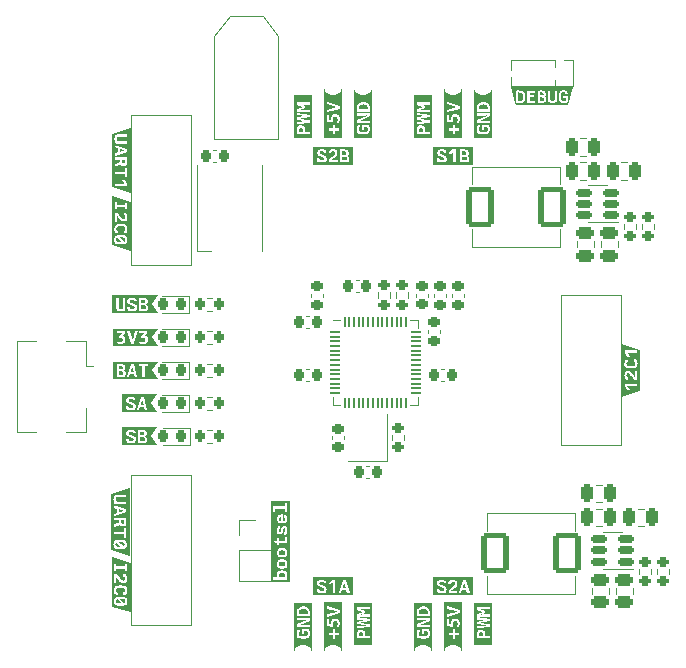
<source format=gto>
G04 #@! TF.GenerationSoftware,KiCad,Pcbnew,7.0.7*
G04 #@! TF.CreationDate,2024-02-08T13:12:57-05:00*
G04 #@! TF.ProjectId,UMRT_FC_R2,554d5254-5f46-4435-9f52-322e6b696361,rev?*
G04 #@! TF.SameCoordinates,Original*
G04 #@! TF.FileFunction,Legend,Top*
G04 #@! TF.FilePolarity,Positive*
%FSLAX46Y46*%
G04 Gerber Fmt 4.6, Leading zero omitted, Abs format (unit mm)*
G04 Created by KiCad (PCBNEW 7.0.7) date 2024-02-08 13:12:57*
%MOMM*%
%LPD*%
G01*
G04 APERTURE LIST*
G04 Aperture macros list*
%AMRoundRect*
0 Rectangle with rounded corners*
0 $1 Rounding radius*
0 $2 $3 $4 $5 $6 $7 $8 $9 X,Y pos of 4 corners*
0 Add a 4 corners polygon primitive as box body*
4,1,4,$2,$3,$4,$5,$6,$7,$8,$9,$2,$3,0*
0 Add four circle primitives for the rounded corners*
1,1,$1+$1,$2,$3*
1,1,$1+$1,$4,$5*
1,1,$1+$1,$6,$7*
1,1,$1+$1,$8,$9*
0 Add four rect primitives between the rounded corners*
20,1,$1+$1,$2,$3,$4,$5,0*
20,1,$1+$1,$4,$5,$6,$7,0*
20,1,$1+$1,$6,$7,$8,$9,0*
20,1,$1+$1,$8,$9,$2,$3,0*%
G04 Aperture macros list end*
%ADD10C,0.120000*%
%ADD11C,0.100000*%
%ADD12R,1.700000X1.700000*%
%ADD13O,1.700000X1.700000*%
%ADD14R,0.900000X1.500000*%
%ADD15C,4.000000*%
%ADD16RoundRect,0.225000X0.225000X0.250000X-0.225000X0.250000X-0.225000X-0.250000X0.225000X-0.250000X0*%
%ADD17RoundRect,0.200000X-0.275000X0.200000X-0.275000X-0.200000X0.275000X-0.200000X0.275000X0.200000X0*%
%ADD18RoundRect,0.250000X-0.475000X0.250000X-0.475000X-0.250000X0.475000X-0.250000X0.475000X0.250000X0*%
%ADD19RoundRect,0.050000X-0.387500X-0.050000X0.387500X-0.050000X0.387500X0.050000X-0.387500X0.050000X0*%
%ADD20RoundRect,0.050000X-0.050000X-0.387500X0.050000X-0.387500X0.050000X0.387500X-0.050000X0.387500X0*%
%ADD21R,3.200000X3.200000*%
%ADD22RoundRect,0.150000X0.512500X0.150000X-0.512500X0.150000X-0.512500X-0.150000X0.512500X-0.150000X0*%
%ADD23R,3.800000X3.800000*%
%ADD24C,3.800000*%
%ADD25C,0.800000*%
%ADD26C,6.400000*%
%ADD27RoundRect,0.218750X0.218750X0.256250X-0.218750X0.256250X-0.218750X-0.256250X0.218750X-0.256250X0*%
%ADD28RoundRect,0.200000X0.275000X-0.200000X0.275000X0.200000X-0.275000X0.200000X-0.275000X-0.200000X0*%
%ADD29R,1.000000X1.000000*%
%ADD30O,1.000000X1.000000*%
%ADD31RoundRect,0.250000X-0.250000X-0.475000X0.250000X-0.475000X0.250000X0.475000X-0.250000X0.475000X0*%
%ADD32C,2.000000*%
%ADD33RoundRect,0.225000X0.250000X-0.225000X0.250000X0.225000X-0.250000X0.225000X-0.250000X-0.225000X0*%
%ADD34R,1.400000X0.400000*%
%ADD35R,1.900000X2.300000*%
%ADD36R,1.900000X1.800000*%
%ADD37RoundRect,0.250000X0.250000X0.475000X-0.250000X0.475000X-0.250000X-0.475000X0.250000X-0.475000X0*%
%ADD38RoundRect,0.200000X-0.200000X-0.275000X0.200000X-0.275000X0.200000X0.275000X-0.200000X0.275000X0*%
%ADD39RoundRect,0.225000X-0.225000X-0.250000X0.225000X-0.250000X0.225000X0.250000X-0.225000X0.250000X0*%
%ADD40RoundRect,0.250000X0.475000X-0.250000X0.475000X0.250000X-0.475000X0.250000X-0.475000X-0.250000X0*%
%ADD41RoundRect,0.235000X0.940000X1.465000X-0.940000X1.465000X-0.940000X-1.465000X0.940000X-1.465000X0*%
%ADD42R,1.200000X1.400000*%
%ADD43RoundRect,0.225000X-0.250000X0.225000X-0.250000X-0.225000X0.250000X-0.225000X0.250000X0.225000X0*%
G04 APERTURE END LIST*
D10*
X142238000Y-88693000D02*
X142240000Y-90264000D01*
X136964900Y-90220800D02*
X142231900Y-90220800D01*
G36*
X106525483Y-117094000D02*
G01*
X107027662Y-117847269D01*
X106525483Y-117847269D01*
X106194754Y-117847269D01*
X104794579Y-117847269D01*
X104377067Y-117847269D01*
X104046338Y-117847269D01*
X104046338Y-117309106D01*
X104381829Y-117309106D01*
X104387385Y-117427375D01*
X104413579Y-117515481D01*
X104463387Y-117577791D01*
X104539785Y-117618669D01*
X104648331Y-117641291D01*
X104794579Y-117648831D01*
X104936462Y-117642084D01*
X104975568Y-117634544D01*
X105293054Y-117634544D01*
X105494667Y-117634544D01*
X105572454Y-117375781D01*
X105915354Y-117375781D01*
X105993142Y-117634544D01*
X106194754Y-117634544D01*
X105872492Y-116555044D01*
X105615317Y-116555044D01*
X105293054Y-117634544D01*
X104975568Y-117634544D01*
X105041435Y-117621844D01*
X105115453Y-117585331D01*
X105164467Y-117529769D01*
X105191851Y-117451187D01*
X105200979Y-117345619D01*
X105193439Y-117258902D01*
X105170817Y-117189250D01*
X105130534Y-117132695D01*
X105070010Y-117085269D01*
X104984484Y-117042803D01*
X104869192Y-117001131D01*
X104736040Y-116955292D01*
X104650910Y-116916200D01*
X104589792Y-116834444D01*
X104607254Y-116759831D01*
X104665198Y-116723319D01*
X104781879Y-116712206D01*
X104895385Y-116724112D01*
X104954123Y-116763800D01*
X104977142Y-116843969D01*
X105178754Y-116843969D01*
X105170817Y-116737209D01*
X105143829Y-116658231D01*
X105095609Y-116602669D01*
X105023973Y-116566156D01*
X104923365Y-116545916D01*
X104788229Y-116539169D01*
X104650315Y-116545717D01*
X104547723Y-116565362D01*
X104475095Y-116600486D01*
X104427073Y-116653469D01*
X104400284Y-116728081D01*
X104391354Y-116828094D01*
X104398895Y-116906278D01*
X104421517Y-116969381D01*
X104462196Y-117021173D01*
X104523910Y-117065425D01*
X104611421Y-117105708D01*
X104729492Y-117145594D01*
X104823749Y-117176352D01*
X104893798Y-117205125D01*
X104977142Y-117266244D01*
X105002542Y-117347206D01*
X104985079Y-117425788D01*
X104925548Y-117464681D01*
X104807279Y-117475794D01*
X104730087Y-117472222D01*
X104673135Y-117461506D01*
X104605667Y-117411500D01*
X104580267Y-117309106D01*
X104381829Y-117309106D01*
X104046338Y-117309106D01*
X104046338Y-116340731D01*
X104377067Y-116340731D01*
X106194754Y-116340731D01*
X106525483Y-116340731D01*
X107027662Y-116340731D01*
X106525483Y-117094000D01*
G37*
G36*
X105867729Y-117205919D02*
G01*
X105620079Y-117205919D01*
X105742317Y-116751894D01*
X105745492Y-116751894D01*
X105867729Y-117205919D01*
G37*
X115907000Y-96934000D02*
X115907000Y-104234000D01*
X110407000Y-96934000D02*
X110407000Y-104234000D01*
X110407000Y-104234000D02*
X111557000Y-104234000D01*
G36*
X133045994Y-95769906D02*
G01*
X133121995Y-95783003D01*
X133169025Y-95806419D01*
X133201569Y-95906431D01*
X133176963Y-96005650D01*
X133084094Y-96035019D01*
X132861844Y-96035019D01*
X132861844Y-95765144D01*
X132914231Y-95765144D01*
X133045994Y-95769906D01*
G37*
G36*
X133165850Y-96223138D02*
G01*
X133226175Y-96269969D01*
X133244431Y-96365219D01*
X133222206Y-96458087D01*
X133148388Y-96504125D01*
X133085483Y-96514245D01*
X132999956Y-96517619D01*
X132933678Y-96516825D01*
X132861844Y-96514444D01*
X132861844Y-96209644D01*
X133044406Y-96209644D01*
X133165850Y-96223138D01*
G37*
G36*
X133778360Y-96892269D02*
G01*
X133447631Y-96892269D01*
X132972969Y-96892269D01*
X132277644Y-96892269D01*
X131129881Y-96892269D01*
X130712369Y-96892269D01*
X130381640Y-96892269D01*
X130381640Y-96354106D01*
X130717131Y-96354106D01*
X130722687Y-96472375D01*
X130748881Y-96560481D01*
X130798689Y-96622791D01*
X130875088Y-96663669D01*
X130983633Y-96686291D01*
X131129881Y-96693831D01*
X131271764Y-96687084D01*
X131376738Y-96666844D01*
X131450755Y-96630331D01*
X131499769Y-96574769D01*
X131527153Y-96496187D01*
X131536281Y-96390619D01*
X131528741Y-96303902D01*
X131506119Y-96234250D01*
X131465836Y-96177695D01*
X131405313Y-96130269D01*
X131319786Y-96087803D01*
X131213278Y-96049306D01*
X131739481Y-96049306D01*
X132025231Y-95873094D01*
X132087144Y-95822294D01*
X132080794Y-95920719D01*
X132080794Y-96679544D01*
X132277644Y-96679544D01*
X132277644Y-96676369D01*
X132661819Y-96676369D01*
X132772591Y-96685188D01*
X132876308Y-96690480D01*
X132972969Y-96692244D01*
X133088239Y-96689157D01*
X133184283Y-96679897D01*
X133261100Y-96664462D01*
X133347420Y-96626958D01*
X133404769Y-96570006D01*
X133436916Y-96489044D01*
X133447631Y-96379506D01*
X133443464Y-96301322D01*
X133430963Y-96241394D01*
X133373813Y-96162019D01*
X133258719Y-96120744D01*
X133258719Y-96111219D01*
X133327180Y-96086216D01*
X133370638Y-96046131D01*
X133393855Y-95983822D01*
X133401594Y-95892144D01*
X133390680Y-95787964D01*
X133357938Y-95710375D01*
X133299398Y-95655408D01*
X133211094Y-95619094D01*
X133132601Y-95604101D01*
X133034705Y-95595105D01*
X132923241Y-95592255D01*
X132661819Y-95596869D01*
X132661819Y-96676369D01*
X132277644Y-96676369D01*
X132277644Y-95600044D01*
X132080794Y-95600044D01*
X131739481Y-95839756D01*
X131739481Y-96049306D01*
X131213278Y-96049306D01*
X131204494Y-96046131D01*
X131071342Y-96000292D01*
X130986212Y-95961200D01*
X130925094Y-95879444D01*
X130942556Y-95804831D01*
X131000500Y-95768319D01*
X131117181Y-95757206D01*
X131230688Y-95769112D01*
X131289425Y-95808800D01*
X131312444Y-95888969D01*
X131514056Y-95888969D01*
X131506119Y-95782209D01*
X131479131Y-95703231D01*
X131430911Y-95647669D01*
X131359275Y-95611156D01*
X131258667Y-95590916D01*
X131123531Y-95584169D01*
X130985617Y-95590717D01*
X130883025Y-95610362D01*
X130810397Y-95645486D01*
X130762375Y-95698469D01*
X130735586Y-95773081D01*
X130726656Y-95873094D01*
X130734197Y-95951278D01*
X130756819Y-96014381D01*
X130797498Y-96066173D01*
X130859212Y-96110425D01*
X130946723Y-96150708D01*
X131064794Y-96190594D01*
X131159052Y-96221352D01*
X131229100Y-96250125D01*
X131312444Y-96311244D01*
X131337844Y-96392206D01*
X131320381Y-96470788D01*
X131260850Y-96509681D01*
X131142581Y-96520794D01*
X131065389Y-96517222D01*
X131008437Y-96506506D01*
X130940969Y-96456500D01*
X130915569Y-96354106D01*
X130717131Y-96354106D01*
X130381640Y-96354106D01*
X130381640Y-95385731D01*
X130712369Y-95385731D01*
X133447631Y-95385731D01*
X133778360Y-95385731D01*
X133778360Y-96892269D01*
G37*
G36*
X123618360Y-96892269D02*
G01*
X123287631Y-96892269D01*
X122812969Y-96892269D01*
X122292269Y-96892269D01*
X120969881Y-96892269D01*
X120552369Y-96892269D01*
X120221640Y-96892269D01*
X120221640Y-96354106D01*
X120557131Y-96354106D01*
X120562687Y-96472375D01*
X120588881Y-96560481D01*
X120638689Y-96622791D01*
X120715088Y-96663669D01*
X120823633Y-96686291D01*
X120969881Y-96693831D01*
X121111764Y-96687084D01*
X121216738Y-96666844D01*
X121290755Y-96630331D01*
X121339769Y-96574769D01*
X121367153Y-96496187D01*
X121376281Y-96390619D01*
X121368741Y-96303902D01*
X121346119Y-96234250D01*
X121305836Y-96177695D01*
X121245313Y-96130269D01*
X121159786Y-96087803D01*
X121044494Y-96046131D01*
X120911342Y-96000292D01*
X120826212Y-95961200D01*
X120781709Y-95901669D01*
X121525506Y-95901669D01*
X121728706Y-95901669D01*
X121750931Y-95813562D01*
X121805700Y-95769112D01*
X121909681Y-95755619D01*
X122012869Y-95768319D01*
X122064463Y-95810387D01*
X122079544Y-95895319D01*
X122068431Y-95968344D01*
X122027156Y-96028669D01*
X121955322Y-96095741D01*
X121863644Y-96173131D01*
X121805898Y-96219367D01*
X121734263Y-96275525D01*
X121648736Y-96341605D01*
X121549319Y-96417606D01*
X121549319Y-96679544D01*
X122292269Y-96679544D01*
X122292269Y-96676369D01*
X122501819Y-96676369D01*
X122612591Y-96685188D01*
X122716308Y-96690480D01*
X122812969Y-96692244D01*
X122928239Y-96689157D01*
X123024283Y-96679897D01*
X123101100Y-96664462D01*
X123187420Y-96626958D01*
X123244769Y-96570006D01*
X123276916Y-96489044D01*
X123287631Y-96379506D01*
X123283464Y-96301322D01*
X123270963Y-96241394D01*
X123213813Y-96162019D01*
X123098719Y-96120744D01*
X123098719Y-96111219D01*
X123167180Y-96086216D01*
X123210638Y-96046131D01*
X123233855Y-95983822D01*
X123241594Y-95892144D01*
X123230680Y-95787964D01*
X123197938Y-95710375D01*
X123139398Y-95655408D01*
X123051094Y-95619094D01*
X122972601Y-95604101D01*
X122874705Y-95595105D01*
X122763241Y-95592255D01*
X122501819Y-95596869D01*
X122501819Y-96676369D01*
X122292269Y-96676369D01*
X122292269Y-96501744D01*
X121754106Y-96501744D01*
X121754106Y-96487456D01*
X121848386Y-96420605D01*
X121928026Y-96361867D01*
X121993025Y-96311244D01*
X122078948Y-96237822D01*
X122163681Y-96157256D01*
X122219641Y-96093756D01*
X122254169Y-96036606D01*
X122272028Y-95975091D01*
X122277981Y-95898494D01*
X122269647Y-95788758D01*
X122244644Y-95707200D01*
X122199995Y-95649653D01*
X122132725Y-95611950D01*
X122037277Y-95591114D01*
X121908094Y-95584169D01*
X121779705Y-95591312D01*
X121683463Y-95612744D01*
X121614406Y-95651042D01*
X121567575Y-95708787D01*
X121539198Y-95790742D01*
X121525506Y-95901669D01*
X120781709Y-95901669D01*
X120765094Y-95879444D01*
X120782556Y-95804831D01*
X120840500Y-95768319D01*
X120957181Y-95757206D01*
X121070688Y-95769112D01*
X121129425Y-95808800D01*
X121152444Y-95888969D01*
X121354056Y-95888969D01*
X121346119Y-95782209D01*
X121319131Y-95703231D01*
X121270911Y-95647669D01*
X121199275Y-95611156D01*
X121098667Y-95590916D01*
X120963531Y-95584169D01*
X120825617Y-95590717D01*
X120723025Y-95610362D01*
X120650397Y-95645486D01*
X120602375Y-95698469D01*
X120575586Y-95773081D01*
X120566656Y-95873094D01*
X120574197Y-95951278D01*
X120596819Y-96014381D01*
X120637498Y-96066173D01*
X120699212Y-96110425D01*
X120786723Y-96150708D01*
X120904794Y-96190594D01*
X120999052Y-96221352D01*
X121069100Y-96250125D01*
X121152444Y-96311244D01*
X121177844Y-96392206D01*
X121160381Y-96470788D01*
X121100850Y-96509681D01*
X120982581Y-96520794D01*
X120905389Y-96517222D01*
X120848437Y-96506506D01*
X120780969Y-96456500D01*
X120755569Y-96354106D01*
X120557131Y-96354106D01*
X120221640Y-96354106D01*
X120221640Y-95385731D01*
X120552369Y-95385731D01*
X123287631Y-95385731D01*
X123618360Y-95385731D01*
X123618360Y-96892269D01*
G37*
G36*
X123005850Y-96223138D02*
G01*
X123066175Y-96269969D01*
X123084431Y-96365219D01*
X123062206Y-96458087D01*
X122988388Y-96504125D01*
X122925483Y-96514245D01*
X122839956Y-96517619D01*
X122773678Y-96516825D01*
X122701844Y-96514444D01*
X122701844Y-96209644D01*
X122884406Y-96209644D01*
X123005850Y-96223138D01*
G37*
G36*
X122885994Y-95769906D02*
G01*
X122961995Y-95783003D01*
X123009025Y-95806419D01*
X123041569Y-95906431D01*
X123016963Y-96005650D01*
X122924094Y-96035019D01*
X122701844Y-96035019D01*
X122701844Y-95765144D01*
X122754231Y-95765144D01*
X122885994Y-95769906D01*
G37*
G36*
X130280569Y-92643590D02*
G01*
X130280569Y-94085040D01*
X130280569Y-94288240D01*
X130280569Y-94618969D01*
X128799431Y-94618969D01*
X128799431Y-94288240D01*
X128799431Y-94040590D01*
X128997869Y-94040590D01*
X129002631Y-94288240D01*
X130082131Y-94288240D01*
X130082131Y-94085040D01*
X129688431Y-94085040D01*
X129688431Y-93969152D01*
X129684992Y-93863495D01*
X129674673Y-93775124D01*
X129657475Y-93704040D01*
X129616002Y-93624069D01*
X129553494Y-93571483D01*
X129464991Y-93542313D01*
X129345531Y-93532590D01*
X129224484Y-93543901D01*
X129134394Y-93577833D01*
X129070695Y-93638952D01*
X129028825Y-93731821D01*
X129011627Y-93814459D01*
X129001308Y-93917382D01*
X128997869Y-94040590D01*
X128799431Y-94040590D01*
X128799431Y-93445277D01*
X129002631Y-93445277D01*
X130082131Y-93316690D01*
X130082131Y-93107140D01*
X129142331Y-92983315D01*
X129142331Y-92976965D01*
X130082131Y-92854727D01*
X130082131Y-92643590D01*
X129002631Y-92515002D01*
X129002631Y-92689627D01*
X129851944Y-92753127D01*
X129851944Y-92754715D01*
X129655094Y-92767415D01*
X129002631Y-92865840D01*
X129002631Y-93094440D01*
X129655094Y-93196040D01*
X129851944Y-93207152D01*
X129851944Y-93208740D01*
X129002631Y-93270652D01*
X129002631Y-93445277D01*
X128799431Y-93445277D01*
X128799431Y-92448327D01*
X129002631Y-92448327D01*
X130082131Y-92448327D01*
X130082131Y-92261002D01*
X129536031Y-92261002D01*
X129255044Y-92280052D01*
X129255044Y-92273702D01*
X129721769Y-92107015D01*
X129721769Y-91946677D01*
X129255044Y-91779990D01*
X129255044Y-91773640D01*
X129536031Y-91792690D01*
X130082131Y-91792690D01*
X130082131Y-91605365D01*
X129002631Y-91605365D01*
X129002631Y-91841902D01*
X129520156Y-92018115D01*
X129520156Y-92035577D01*
X129002631Y-92208615D01*
X129002631Y-92448327D01*
X128799431Y-92448327D01*
X128799431Y-91605365D01*
X128799431Y-90547031D01*
X130280569Y-90547031D01*
X130280569Y-91605365D01*
X130280569Y-92643590D01*
G37*
G36*
X129443956Y-93756427D02*
G01*
X129496344Y-93832627D01*
X129508250Y-93897715D01*
X129512219Y-93985027D01*
X129512219Y-94085040D01*
X129174081Y-94085040D01*
X129174081Y-94013602D01*
X129177852Y-93916566D01*
X129189162Y-93844533D01*
X129239169Y-93759602D01*
X129339181Y-93734202D01*
X129443956Y-93756427D01*
G37*
G36*
X132823744Y-93028558D02*
G01*
X132823744Y-93820721D01*
X132823744Y-94328721D01*
X132823744Y-94659450D01*
X131336256Y-94659450D01*
X131336256Y-94328721D01*
X131336256Y-94008046D01*
X131717256Y-94008046D01*
X132050631Y-94008046D01*
X132050631Y-94328721D01*
X132218906Y-94328721D01*
X132218906Y-94008046D01*
X132561806Y-94008046D01*
X132561806Y-93820721D01*
X132218906Y-93820721D01*
X132218906Y-93500046D01*
X132050631Y-93500046D01*
X132050631Y-93820721D01*
X131717256Y-93820721D01*
X131717256Y-94008046D01*
X131336256Y-94008046D01*
X131336256Y-93261921D01*
X131534694Y-93261921D01*
X132098256Y-93309546D01*
X132084145Y-93201243D01*
X132075678Y-93111285D01*
X132072856Y-93039671D01*
X132077619Y-92953946D01*
X132092898Y-92882310D01*
X132122862Y-92835677D01*
X132171480Y-92810079D01*
X132242719Y-92801546D01*
X132342533Y-92813849D01*
X132407025Y-92850758D01*
X132442148Y-92919021D01*
X132453856Y-93025383D01*
X132448697Y-93096226D01*
X132433219Y-93165877D01*
X132405041Y-93243069D01*
X132361781Y-93336533D01*
X132560219Y-93336533D01*
X132591175Y-93262318D01*
X132611019Y-93192071D01*
X132621734Y-93117061D01*
X132625306Y-93028558D01*
X132616377Y-92886477D01*
X132589588Y-92777733D01*
X132542359Y-92698557D01*
X132472113Y-92645177D01*
X132375077Y-92614816D01*
X132247481Y-92604696D01*
X132144492Y-92612435D01*
X132064125Y-92635652D01*
X132003006Y-92676530D01*
X131957763Y-92737252D01*
X131926211Y-92821191D01*
X131906169Y-92931721D01*
X131899819Y-93031733D01*
X131902994Y-93101583D01*
X131706144Y-93085708D01*
X131702969Y-92650733D01*
X131534694Y-92650733D01*
X131534694Y-93261921D01*
X131336256Y-93261921D01*
X131336256Y-92455471D01*
X131534694Y-92455471D01*
X132614194Y-92134796D01*
X132614194Y-91885558D01*
X131534694Y-91564883D01*
X131534694Y-91771258D01*
X132376069Y-92006208D01*
X132376069Y-92014146D01*
X131534694Y-92249096D01*
X131534694Y-92455471D01*
X131336256Y-92455471D01*
X131336256Y-91564883D01*
X131336256Y-90506550D01*
X132823744Y-90506550D01*
X132823744Y-91564883D01*
X132823744Y-91885558D01*
X132823744Y-93028558D01*
G37*
G36*
X135373269Y-92545165D02*
G01*
X135373269Y-93864377D01*
X135373269Y-94312052D01*
X135373269Y-94642781D01*
X133866731Y-94642781D01*
X133866731Y-94312052D01*
X133866731Y-93891365D01*
X134065169Y-93891365D01*
X134070725Y-93993053D01*
X134087394Y-94077984D01*
X134115175Y-94146158D01*
X134182247Y-94222954D01*
X134283450Y-94273952D01*
X134373497Y-94295119D01*
X134485944Y-94307819D01*
X134620794Y-94312052D01*
X134754761Y-94307554D01*
X134866680Y-94294060D01*
X134956550Y-94271571D01*
X135057753Y-94217397D01*
X135124825Y-94135840D01*
X135152606Y-94063344D01*
X135169275Y-93972856D01*
X135174831Y-93864377D01*
X135170466Y-93766746D01*
X135157369Y-93683402D01*
X135131969Y-93599661D01*
X135090694Y-93500840D01*
X134552531Y-93500840D01*
X134552531Y-93916765D01*
X134725569Y-93916765D01*
X134725569Y-93692927D01*
X134968456Y-93692927D01*
X134993062Y-93771508D01*
X135000206Y-93869140D01*
X134991872Y-93953476D01*
X134966869Y-94015983D01*
X134921823Y-94060235D01*
X134853363Y-94089802D01*
X134756327Y-94106471D01*
X134625556Y-94112027D01*
X134491809Y-94107066D01*
X134392194Y-94092183D01*
X134321550Y-94065394D01*
X134274719Y-94024715D01*
X134248525Y-93967168D01*
X134239794Y-93889777D01*
X134252494Y-93777858D01*
X134294562Y-93718327D01*
X134379494Y-93694515D01*
X134379494Y-93497665D01*
X134269956Y-93511754D01*
X134188994Y-93541321D01*
X134131844Y-93589938D01*
X134093744Y-93661177D01*
X134072312Y-93759999D01*
X134065169Y-93891365D01*
X133866731Y-93891365D01*
X133866731Y-93357965D01*
X134081044Y-93357965D01*
X135160544Y-93357965D01*
X135160544Y-93162702D01*
X134539831Y-93162702D01*
X134314406Y-93184927D01*
X134314406Y-93180165D01*
X135160544Y-92792815D01*
X135160544Y-92545165D01*
X134081044Y-92545165D01*
X134081044Y-92740427D01*
X134701756Y-92740427D01*
X134927181Y-92718202D01*
X134927181Y-92722965D01*
X134081044Y-93110315D01*
X134081044Y-93357965D01*
X133866731Y-93357965D01*
X133866731Y-92205440D01*
X134074694Y-92205440D01*
X134076281Y-92292752D01*
X134081044Y-92389590D01*
X135160544Y-92389590D01*
X135167599Y-92285697D01*
X135171833Y-92192034D01*
X135173244Y-92108602D01*
X135167776Y-91981426D01*
X135151372Y-91875063D01*
X135124031Y-91789515D01*
X135058348Y-91693074D01*
X134959725Y-91629177D01*
X134872501Y-91602719D01*
X134764286Y-91586844D01*
X134635081Y-91581552D01*
X134511521Y-91586138D01*
X134407540Y-91599897D01*
X134323137Y-91622827D01*
X134225308Y-91678588D01*
X134155656Y-91763321D01*
X134122848Y-91838551D01*
X134098506Y-91931949D01*
X134082631Y-92043515D01*
X134076678Y-92119715D01*
X134074694Y-92205440D01*
X133866731Y-92205440D01*
X133866731Y-91581552D01*
X133866731Y-90523219D01*
X135373269Y-90523219D01*
X135373269Y-91581552D01*
X135373269Y-92108602D01*
X135373269Y-92545165D01*
G37*
G36*
X134749580Y-91792491D02*
G01*
X134843837Y-91810946D01*
X134911505Y-91844085D01*
X134957344Y-91894290D01*
X134985125Y-91965330D01*
X134998619Y-92060977D01*
X134993856Y-92186390D01*
X134249319Y-92186390D01*
X134251303Y-92124477D01*
X134257256Y-92049865D01*
X134274520Y-91958385D01*
X134304087Y-91890321D01*
X134349728Y-91842101D01*
X134415212Y-91810152D01*
X134505105Y-91792293D01*
X134623969Y-91786340D01*
X134749580Y-91792491D01*
G37*
G36*
X120120569Y-92643590D02*
G01*
X120120569Y-94085040D01*
X120120569Y-94288240D01*
X120120569Y-94618969D01*
X118639431Y-94618969D01*
X118639431Y-94288240D01*
X118639431Y-94040590D01*
X118837869Y-94040590D01*
X118842631Y-94288240D01*
X119922131Y-94288240D01*
X119922131Y-94085040D01*
X119528431Y-94085040D01*
X119528431Y-93969152D01*
X119524992Y-93863495D01*
X119514673Y-93775124D01*
X119497475Y-93704040D01*
X119456002Y-93624069D01*
X119393494Y-93571483D01*
X119304991Y-93542313D01*
X119185531Y-93532590D01*
X119064484Y-93543901D01*
X118974394Y-93577833D01*
X118910695Y-93638952D01*
X118868825Y-93731821D01*
X118851627Y-93814459D01*
X118841308Y-93917382D01*
X118837869Y-94040590D01*
X118639431Y-94040590D01*
X118639431Y-93445277D01*
X118842631Y-93445277D01*
X119922131Y-93316690D01*
X119922131Y-93107140D01*
X118982331Y-92983315D01*
X118982331Y-92976965D01*
X119922131Y-92854727D01*
X119922131Y-92643590D01*
X118842631Y-92515002D01*
X118842631Y-92689627D01*
X119691944Y-92753127D01*
X119691944Y-92754715D01*
X119495094Y-92767415D01*
X118842631Y-92865840D01*
X118842631Y-93094440D01*
X119495094Y-93196040D01*
X119691944Y-93207152D01*
X119691944Y-93208740D01*
X118842631Y-93270652D01*
X118842631Y-93445277D01*
X118639431Y-93445277D01*
X118639431Y-92448327D01*
X118842631Y-92448327D01*
X119922131Y-92448327D01*
X119922131Y-92261002D01*
X119376031Y-92261002D01*
X119095044Y-92280052D01*
X119095044Y-92273702D01*
X119561769Y-92107015D01*
X119561769Y-91946677D01*
X119095044Y-91779990D01*
X119095044Y-91773640D01*
X119376031Y-91792690D01*
X119922131Y-91792690D01*
X119922131Y-91605365D01*
X118842631Y-91605365D01*
X118842631Y-91841902D01*
X119360156Y-92018115D01*
X119360156Y-92035577D01*
X118842631Y-92208615D01*
X118842631Y-92448327D01*
X118639431Y-92448327D01*
X118639431Y-91605365D01*
X118639431Y-90547031D01*
X120120569Y-90547031D01*
X120120569Y-91605365D01*
X120120569Y-92643590D01*
G37*
G36*
X119283956Y-93756427D02*
G01*
X119336344Y-93832627D01*
X119348250Y-93897715D01*
X119352219Y-93985027D01*
X119352219Y-94085040D01*
X119014081Y-94085040D01*
X119014081Y-94013602D01*
X119017852Y-93916566D01*
X119029162Y-93844533D01*
X119079169Y-93759602D01*
X119179181Y-93734202D01*
X119283956Y-93756427D01*
G37*
G36*
X122663744Y-93028558D02*
G01*
X122663744Y-93820721D01*
X122663744Y-94328721D01*
X122663744Y-94659450D01*
X121176256Y-94659450D01*
X121176256Y-94328721D01*
X121176256Y-94008046D01*
X121557256Y-94008046D01*
X121890631Y-94008046D01*
X121890631Y-94328721D01*
X122058906Y-94328721D01*
X122058906Y-94008046D01*
X122401806Y-94008046D01*
X122401806Y-93820721D01*
X122058906Y-93820721D01*
X122058906Y-93500046D01*
X121890631Y-93500046D01*
X121890631Y-93820721D01*
X121557256Y-93820721D01*
X121557256Y-94008046D01*
X121176256Y-94008046D01*
X121176256Y-93261921D01*
X121374694Y-93261921D01*
X121938256Y-93309546D01*
X121924145Y-93201243D01*
X121915678Y-93111285D01*
X121912856Y-93039671D01*
X121917619Y-92953946D01*
X121932898Y-92882310D01*
X121962862Y-92835677D01*
X122011480Y-92810079D01*
X122082719Y-92801546D01*
X122182533Y-92813849D01*
X122247025Y-92850758D01*
X122282148Y-92919021D01*
X122293856Y-93025383D01*
X122288697Y-93096226D01*
X122273219Y-93165877D01*
X122245041Y-93243069D01*
X122201781Y-93336533D01*
X122400219Y-93336533D01*
X122431175Y-93262318D01*
X122451019Y-93192071D01*
X122461734Y-93117061D01*
X122465306Y-93028558D01*
X122456377Y-92886477D01*
X122429588Y-92777733D01*
X122382359Y-92698557D01*
X122312113Y-92645177D01*
X122215077Y-92614816D01*
X122087481Y-92604696D01*
X121984492Y-92612435D01*
X121904125Y-92635652D01*
X121843006Y-92676530D01*
X121797763Y-92737252D01*
X121766211Y-92821191D01*
X121746169Y-92931721D01*
X121739819Y-93031733D01*
X121742994Y-93101583D01*
X121546144Y-93085708D01*
X121542969Y-92650733D01*
X121374694Y-92650733D01*
X121374694Y-93261921D01*
X121176256Y-93261921D01*
X121176256Y-92455471D01*
X121374694Y-92455471D01*
X122454194Y-92134796D01*
X122454194Y-91885558D01*
X121374694Y-91564883D01*
X121374694Y-91771258D01*
X122216069Y-92006208D01*
X122216069Y-92014146D01*
X121374694Y-92249096D01*
X121374694Y-92455471D01*
X121176256Y-92455471D01*
X121176256Y-91564883D01*
X121176256Y-90506550D01*
X122663744Y-90506550D01*
X122663744Y-91564883D01*
X122663744Y-91885558D01*
X122663744Y-93028558D01*
G37*
G36*
X125213269Y-92545165D02*
G01*
X125213269Y-93864377D01*
X125213269Y-94312052D01*
X125213269Y-94642781D01*
X123706731Y-94642781D01*
X123706731Y-94312052D01*
X123706731Y-93891365D01*
X123905169Y-93891365D01*
X123910725Y-93993053D01*
X123927394Y-94077984D01*
X123955175Y-94146158D01*
X124022247Y-94222954D01*
X124123450Y-94273952D01*
X124213497Y-94295119D01*
X124325944Y-94307819D01*
X124460794Y-94312052D01*
X124594761Y-94307554D01*
X124706680Y-94294060D01*
X124796550Y-94271571D01*
X124897753Y-94217397D01*
X124964825Y-94135840D01*
X124992606Y-94063344D01*
X125009275Y-93972856D01*
X125014831Y-93864377D01*
X125010466Y-93766746D01*
X124997369Y-93683402D01*
X124971969Y-93599661D01*
X124930694Y-93500840D01*
X124392531Y-93500840D01*
X124392531Y-93916765D01*
X124565569Y-93916765D01*
X124565569Y-93692927D01*
X124808456Y-93692927D01*
X124833062Y-93771508D01*
X124840206Y-93869140D01*
X124831872Y-93953476D01*
X124806869Y-94015983D01*
X124761823Y-94060235D01*
X124693363Y-94089802D01*
X124596327Y-94106471D01*
X124465556Y-94112027D01*
X124331809Y-94107066D01*
X124232194Y-94092183D01*
X124161550Y-94065394D01*
X124114719Y-94024715D01*
X124088525Y-93967168D01*
X124079794Y-93889777D01*
X124092494Y-93777858D01*
X124134562Y-93718327D01*
X124219494Y-93694515D01*
X124219494Y-93497665D01*
X124109956Y-93511754D01*
X124028994Y-93541321D01*
X123971844Y-93589938D01*
X123933744Y-93661177D01*
X123912312Y-93759999D01*
X123905169Y-93891365D01*
X123706731Y-93891365D01*
X123706731Y-93357965D01*
X123921044Y-93357965D01*
X125000544Y-93357965D01*
X125000544Y-93162702D01*
X124379831Y-93162702D01*
X124154406Y-93184927D01*
X124154406Y-93180165D01*
X125000544Y-92792815D01*
X125000544Y-92545165D01*
X123921044Y-92545165D01*
X123921044Y-92740427D01*
X124541756Y-92740427D01*
X124767181Y-92718202D01*
X124767181Y-92722965D01*
X123921044Y-93110315D01*
X123921044Y-93357965D01*
X123706731Y-93357965D01*
X123706731Y-92205440D01*
X123914694Y-92205440D01*
X123916281Y-92292752D01*
X123921044Y-92389590D01*
X125000544Y-92389590D01*
X125007599Y-92285697D01*
X125011833Y-92192034D01*
X125013244Y-92108602D01*
X125007776Y-91981426D01*
X124991372Y-91875063D01*
X124964031Y-91789515D01*
X124898348Y-91693074D01*
X124799725Y-91629177D01*
X124712501Y-91602719D01*
X124604286Y-91586844D01*
X124475081Y-91581552D01*
X124351521Y-91586138D01*
X124247540Y-91599897D01*
X124163137Y-91622827D01*
X124065308Y-91678588D01*
X123995656Y-91763321D01*
X123962848Y-91838551D01*
X123938506Y-91931949D01*
X123922631Y-92043515D01*
X123916678Y-92119715D01*
X123914694Y-92205440D01*
X123706731Y-92205440D01*
X123706731Y-91581552D01*
X123706731Y-90523219D01*
X125213269Y-90523219D01*
X125213269Y-91581552D01*
X125213269Y-92108602D01*
X125213269Y-92545165D01*
G37*
G36*
X124589580Y-91792491D02*
G01*
X124683837Y-91810946D01*
X124751505Y-91844085D01*
X124797344Y-91894290D01*
X124825125Y-91965330D01*
X124838619Y-92060977D01*
X124833856Y-92186390D01*
X124089319Y-92186390D01*
X124091303Y-92124477D01*
X124097256Y-92049865D01*
X124114520Y-91958385D01*
X124144087Y-91890321D01*
X124189728Y-91842101D01*
X124255212Y-91810152D01*
X124345105Y-91792293D01*
X124463969Y-91786340D01*
X124589580Y-91792491D01*
G37*
G36*
X133795823Y-133341269D02*
G01*
X133465094Y-133341269D01*
X132434806Y-133341269D01*
X131112419Y-133341269D01*
X130694906Y-133341269D01*
X130364177Y-133341269D01*
X130364177Y-132803106D01*
X130699669Y-132803106D01*
X130705225Y-132921375D01*
X130731419Y-133009481D01*
X130781227Y-133071791D01*
X130857625Y-133112669D01*
X130966170Y-133135291D01*
X131112419Y-133142831D01*
X131254302Y-133136084D01*
X131359275Y-133115844D01*
X131433292Y-133079331D01*
X131482306Y-133023769D01*
X131509691Y-132945187D01*
X131518819Y-132839619D01*
X131511278Y-132752902D01*
X131488656Y-132683250D01*
X131448373Y-132626695D01*
X131387850Y-132579269D01*
X131302323Y-132536803D01*
X131187031Y-132495131D01*
X131053880Y-132449292D01*
X130968750Y-132410200D01*
X130924246Y-132350669D01*
X131668044Y-132350669D01*
X131871244Y-132350669D01*
X131893469Y-132262562D01*
X131948237Y-132218112D01*
X132052219Y-132204619D01*
X132155406Y-132217319D01*
X132207000Y-132259387D01*
X132222081Y-132344319D01*
X132210969Y-132417344D01*
X132169694Y-132477669D01*
X132097859Y-132544741D01*
X132006181Y-132622131D01*
X131948436Y-132668367D01*
X131876800Y-132724525D01*
X131791273Y-132790605D01*
X131691856Y-132866606D01*
X131691856Y-133128544D01*
X132434806Y-133128544D01*
X132563394Y-133128544D01*
X132765006Y-133128544D01*
X132842794Y-132869781D01*
X133185694Y-132869781D01*
X133263481Y-133128544D01*
X133465094Y-133128544D01*
X133142831Y-132049044D01*
X132885656Y-132049044D01*
X132563394Y-133128544D01*
X132434806Y-133128544D01*
X132434806Y-132950744D01*
X131896644Y-132950744D01*
X131896644Y-132936456D01*
X131990924Y-132869605D01*
X132070563Y-132810867D01*
X132135562Y-132760244D01*
X132221486Y-132686822D01*
X132306219Y-132606256D01*
X132362178Y-132542756D01*
X132396706Y-132485606D01*
X132414566Y-132424091D01*
X132420519Y-132347494D01*
X132412184Y-132237758D01*
X132387181Y-132156200D01*
X132342533Y-132098653D01*
X132275263Y-132060950D01*
X132179814Y-132040114D01*
X132050631Y-132033169D01*
X131922242Y-132040312D01*
X131826000Y-132061744D01*
X131756944Y-132100042D01*
X131710112Y-132157787D01*
X131681736Y-132239742D01*
X131668044Y-132350669D01*
X130924246Y-132350669D01*
X130907631Y-132328444D01*
X130925094Y-132253831D01*
X130983037Y-132217319D01*
X131099719Y-132206206D01*
X131213225Y-132218112D01*
X131271962Y-132257800D01*
X131294981Y-132337969D01*
X131496594Y-132337969D01*
X131488656Y-132231209D01*
X131461669Y-132152231D01*
X131413448Y-132096669D01*
X131341812Y-132060156D01*
X131241205Y-132039916D01*
X131106069Y-132033169D01*
X130968155Y-132039717D01*
X130865562Y-132059362D01*
X130792934Y-132094486D01*
X130744912Y-132147469D01*
X130718123Y-132222081D01*
X130709194Y-132322094D01*
X130716734Y-132400278D01*
X130739356Y-132463381D01*
X130780036Y-132515173D01*
X130841750Y-132559425D01*
X130929261Y-132599708D01*
X131047331Y-132639594D01*
X131141589Y-132670352D01*
X131211637Y-132699125D01*
X131294981Y-132760244D01*
X131320381Y-132841206D01*
X131302919Y-132919788D01*
X131243387Y-132958681D01*
X131125119Y-132969794D01*
X131047927Y-132966222D01*
X130990975Y-132955506D01*
X130923506Y-132905500D01*
X130898106Y-132803106D01*
X130699669Y-132803106D01*
X130364177Y-132803106D01*
X130364177Y-131834731D01*
X130694906Y-131834731D01*
X133465094Y-131834731D01*
X133795823Y-131834731D01*
X133795823Y-133341269D01*
G37*
G36*
X133138069Y-132699919D02*
G01*
X132890419Y-132699919D01*
X133012656Y-132245894D01*
X133015831Y-132245894D01*
X133138069Y-132699919D01*
G37*
G36*
X123635823Y-133341269D02*
G01*
X123305094Y-133341269D01*
X122100181Y-133341269D01*
X120952419Y-133341269D01*
X120534906Y-133341269D01*
X120204177Y-133341269D01*
X120204177Y-132803106D01*
X120539669Y-132803106D01*
X120545225Y-132921375D01*
X120571419Y-133009481D01*
X120621227Y-133071791D01*
X120697625Y-133112669D01*
X120806170Y-133135291D01*
X120952419Y-133142831D01*
X121094302Y-133136084D01*
X121199275Y-133115844D01*
X121273292Y-133079331D01*
X121322306Y-133023769D01*
X121349691Y-132945187D01*
X121358819Y-132839619D01*
X121351278Y-132752902D01*
X121328656Y-132683250D01*
X121288373Y-132626695D01*
X121227850Y-132579269D01*
X121142323Y-132536803D01*
X121035815Y-132498306D01*
X121562019Y-132498306D01*
X121847769Y-132322094D01*
X121909681Y-132271294D01*
X121903331Y-132369719D01*
X121903331Y-133128544D01*
X122100181Y-133128544D01*
X122403394Y-133128544D01*
X122605006Y-133128544D01*
X122682794Y-132869781D01*
X123025694Y-132869781D01*
X123103481Y-133128544D01*
X123305094Y-133128544D01*
X122982831Y-132049044D01*
X122725656Y-132049044D01*
X122403394Y-133128544D01*
X122100181Y-133128544D01*
X122100181Y-132049044D01*
X121903331Y-132049044D01*
X121562019Y-132288756D01*
X121562019Y-132498306D01*
X121035815Y-132498306D01*
X121027031Y-132495131D01*
X120893880Y-132449292D01*
X120808750Y-132410200D01*
X120747631Y-132328444D01*
X120765094Y-132253831D01*
X120823037Y-132217319D01*
X120939719Y-132206206D01*
X121053225Y-132218112D01*
X121111962Y-132257800D01*
X121134981Y-132337969D01*
X121336594Y-132337969D01*
X121328656Y-132231209D01*
X121301669Y-132152231D01*
X121253448Y-132096669D01*
X121181812Y-132060156D01*
X121081205Y-132039916D01*
X120946069Y-132033169D01*
X120808155Y-132039717D01*
X120705562Y-132059362D01*
X120632934Y-132094486D01*
X120584912Y-132147469D01*
X120558123Y-132222081D01*
X120549194Y-132322094D01*
X120556734Y-132400278D01*
X120579356Y-132463381D01*
X120620036Y-132515173D01*
X120681750Y-132559425D01*
X120769261Y-132599708D01*
X120887331Y-132639594D01*
X120981589Y-132670352D01*
X121051637Y-132699125D01*
X121134981Y-132760244D01*
X121160381Y-132841206D01*
X121142919Y-132919788D01*
X121083387Y-132958681D01*
X120965119Y-132969794D01*
X120887927Y-132966222D01*
X120830975Y-132955506D01*
X120763506Y-132905500D01*
X120738106Y-132803106D01*
X120539669Y-132803106D01*
X120204177Y-132803106D01*
X120204177Y-131834731D01*
X120534906Y-131834731D01*
X123305094Y-131834731D01*
X123635823Y-131834731D01*
X123635823Y-133341269D01*
G37*
G36*
X122978069Y-132699919D02*
G01*
X122730419Y-132699919D01*
X122852656Y-132245894D01*
X122855831Y-132245894D01*
X122978069Y-132699919D01*
G37*
G36*
X132823744Y-135734954D02*
G01*
X132823744Y-136527117D01*
X132823744Y-137035117D01*
X132823744Y-138093450D01*
X131336256Y-138093450D01*
X131336256Y-137035117D01*
X131336256Y-136714442D01*
X131717256Y-136714442D01*
X132050631Y-136714442D01*
X132050631Y-137035117D01*
X132218906Y-137035117D01*
X132218906Y-136714442D01*
X132561806Y-136714442D01*
X132561806Y-136527117D01*
X132218906Y-136527117D01*
X132218906Y-136206442D01*
X132050631Y-136206442D01*
X132050631Y-136527117D01*
X131717256Y-136527117D01*
X131717256Y-136714442D01*
X131336256Y-136714442D01*
X131336256Y-135968317D01*
X131534694Y-135968317D01*
X132098256Y-136015942D01*
X132084145Y-135907639D01*
X132075678Y-135817681D01*
X132072856Y-135746067D01*
X132077619Y-135660342D01*
X132092898Y-135588706D01*
X132122862Y-135542073D01*
X132171480Y-135516474D01*
X132242719Y-135507942D01*
X132342533Y-135520245D01*
X132407025Y-135557154D01*
X132442148Y-135625417D01*
X132453856Y-135731779D01*
X132448697Y-135802621D01*
X132433219Y-135872273D01*
X132405041Y-135949465D01*
X132361781Y-136042929D01*
X132560219Y-136042929D01*
X132591175Y-135968714D01*
X132611019Y-135898467D01*
X132621734Y-135823457D01*
X132625306Y-135734954D01*
X132616377Y-135592873D01*
X132589588Y-135484129D01*
X132542359Y-135404953D01*
X132472113Y-135351573D01*
X132375077Y-135321212D01*
X132247481Y-135311092D01*
X132144492Y-135318831D01*
X132064125Y-135342048D01*
X132003006Y-135382926D01*
X131957763Y-135443648D01*
X131926211Y-135527587D01*
X131906169Y-135638117D01*
X131899819Y-135738129D01*
X131902994Y-135807979D01*
X131706144Y-135792104D01*
X131702969Y-135357129D01*
X131534694Y-135357129D01*
X131534694Y-135968317D01*
X131336256Y-135968317D01*
X131336256Y-135161867D01*
X131534694Y-135161867D01*
X132614194Y-134841192D01*
X132614194Y-134591954D01*
X131534694Y-134271279D01*
X131534694Y-134477654D01*
X132376069Y-134712604D01*
X132376069Y-134720542D01*
X131534694Y-134955492D01*
X131534694Y-135161867D01*
X131336256Y-135161867D01*
X131336256Y-134271279D01*
X131336256Y-133940550D01*
X132823744Y-133940550D01*
X132823744Y-134271279D01*
X132823744Y-134591954D01*
X132823744Y-135734954D01*
G37*
G36*
X129669580Y-134498887D02*
G01*
X129763837Y-134517342D01*
X129831505Y-134550481D01*
X129877344Y-134600685D01*
X129905125Y-134671726D01*
X129918619Y-134767373D01*
X129913856Y-134892785D01*
X129169319Y-134892785D01*
X129171303Y-134830873D01*
X129177256Y-134756260D01*
X129194520Y-134664781D01*
X129224087Y-134596717D01*
X129269728Y-134548496D01*
X129335212Y-134516548D01*
X129425105Y-134498689D01*
X129543969Y-134492735D01*
X129669580Y-134498887D01*
G37*
G36*
X130293269Y-135251560D02*
G01*
X130293269Y-136570773D01*
X130293269Y-137018448D01*
X130293269Y-138076781D01*
X128786731Y-138076781D01*
X128786731Y-137018448D01*
X128786731Y-136597760D01*
X128985169Y-136597760D01*
X128990725Y-136699449D01*
X129007394Y-136784380D01*
X129035175Y-136852554D01*
X129102247Y-136929349D01*
X129203450Y-136980348D01*
X129293497Y-137001515D01*
X129405944Y-137014215D01*
X129540794Y-137018448D01*
X129674761Y-137013950D01*
X129786680Y-137000456D01*
X129876550Y-136977967D01*
X129977753Y-136923793D01*
X130044825Y-136842235D01*
X130072606Y-136769740D01*
X130089275Y-136679252D01*
X130094831Y-136570773D01*
X130090466Y-136473142D01*
X130077369Y-136389798D01*
X130051969Y-136306057D01*
X130010694Y-136207235D01*
X129472531Y-136207235D01*
X129472531Y-136623160D01*
X129645569Y-136623160D01*
X129645569Y-136399323D01*
X129888456Y-136399323D01*
X129913062Y-136477904D01*
X129920206Y-136575535D01*
X129911872Y-136659871D01*
X129886869Y-136722379D01*
X129841823Y-136766631D01*
X129773363Y-136796198D01*
X129676327Y-136812867D01*
X129545556Y-136818423D01*
X129411809Y-136813462D01*
X129312194Y-136798579D01*
X129241550Y-136771790D01*
X129194719Y-136731110D01*
X129168525Y-136673564D01*
X129159794Y-136596173D01*
X129172494Y-136484254D01*
X129214562Y-136424723D01*
X129299494Y-136400910D01*
X129299494Y-136204060D01*
X129189956Y-136218149D01*
X129108994Y-136247717D01*
X129051844Y-136296334D01*
X129013744Y-136367573D01*
X128992312Y-136466395D01*
X128985169Y-136597760D01*
X128786731Y-136597760D01*
X128786731Y-136064360D01*
X129001044Y-136064360D01*
X130080544Y-136064360D01*
X130080544Y-135869098D01*
X129459831Y-135869098D01*
X129234406Y-135891323D01*
X129234406Y-135886560D01*
X130080544Y-135499210D01*
X130080544Y-135251560D01*
X129001044Y-135251560D01*
X129001044Y-135446823D01*
X129621756Y-135446823D01*
X129847181Y-135424598D01*
X129847181Y-135429360D01*
X129001044Y-135816710D01*
X129001044Y-136064360D01*
X128786731Y-136064360D01*
X128786731Y-134911835D01*
X128994694Y-134911835D01*
X128996281Y-134999148D01*
X129001044Y-135095985D01*
X130080544Y-135095985D01*
X130087599Y-134992092D01*
X130091833Y-134898430D01*
X130093244Y-134814998D01*
X130087776Y-134687822D01*
X130071372Y-134581459D01*
X130044031Y-134495910D01*
X129978348Y-134399470D01*
X129879725Y-134335573D01*
X129792501Y-134309115D01*
X129684286Y-134293240D01*
X129555081Y-134287948D01*
X129431521Y-134292534D01*
X129327540Y-134306292D01*
X129243137Y-134329223D01*
X129145308Y-134384984D01*
X129075656Y-134469717D01*
X129042848Y-134544947D01*
X129018506Y-134638344D01*
X129002631Y-134749910D01*
X128996678Y-134826110D01*
X128994694Y-134911835D01*
X128786731Y-134911835D01*
X128786731Y-134287948D01*
X128786731Y-133957219D01*
X130293269Y-133957219D01*
X130293269Y-134287948D01*
X130293269Y-134814998D01*
X130293269Y-135251560D01*
G37*
G36*
X134523956Y-136462823D02*
G01*
X134576344Y-136539023D01*
X134588250Y-136604110D01*
X134592219Y-136691423D01*
X134592219Y-136791435D01*
X134254081Y-136791435D01*
X134254081Y-136719998D01*
X134257852Y-136622962D01*
X134269162Y-136550929D01*
X134319169Y-136465998D01*
X134419181Y-136440598D01*
X134523956Y-136462823D01*
G37*
G36*
X135360569Y-135349985D02*
G01*
X135360569Y-136791435D01*
X135360569Y-136994635D01*
X135360569Y-138052969D01*
X133879431Y-138052969D01*
X133879431Y-136994635D01*
X133879431Y-136746985D01*
X134077869Y-136746985D01*
X134082631Y-136994635D01*
X135162131Y-136994635D01*
X135162131Y-136791435D01*
X134768431Y-136791435D01*
X134768431Y-136675548D01*
X134764992Y-136569891D01*
X134754673Y-136481520D01*
X134737475Y-136410435D01*
X134696002Y-136330465D01*
X134633494Y-136277879D01*
X134544991Y-136248709D01*
X134425531Y-136238985D01*
X134304484Y-136250296D01*
X134214394Y-136284229D01*
X134150695Y-136345348D01*
X134108825Y-136438217D01*
X134091627Y-136520855D01*
X134081308Y-136623778D01*
X134077869Y-136746985D01*
X133879431Y-136746985D01*
X133879431Y-136151673D01*
X134082631Y-136151673D01*
X135162131Y-136023085D01*
X135162131Y-135813535D01*
X134222331Y-135689710D01*
X134222331Y-135683360D01*
X135162131Y-135561123D01*
X135162131Y-135349985D01*
X134082631Y-135221398D01*
X134082631Y-135396023D01*
X134931944Y-135459523D01*
X134931944Y-135461110D01*
X134735094Y-135473810D01*
X134082631Y-135572235D01*
X134082631Y-135800835D01*
X134735094Y-135902435D01*
X134931944Y-135913548D01*
X134931944Y-135915135D01*
X134082631Y-135977048D01*
X134082631Y-136151673D01*
X133879431Y-136151673D01*
X133879431Y-135154723D01*
X134082631Y-135154723D01*
X135162131Y-135154723D01*
X135162131Y-134967398D01*
X134616031Y-134967398D01*
X134335044Y-134986448D01*
X134335044Y-134980098D01*
X134801769Y-134813410D01*
X134801769Y-134653073D01*
X134335044Y-134486385D01*
X134335044Y-134480035D01*
X134616031Y-134499085D01*
X135162131Y-134499085D01*
X135162131Y-134311760D01*
X134082631Y-134311760D01*
X134082631Y-134548298D01*
X134600156Y-134724510D01*
X134600156Y-134741973D01*
X134082631Y-134915010D01*
X134082631Y-135154723D01*
X133879431Y-135154723D01*
X133879431Y-134311760D01*
X133879431Y-133981031D01*
X135360569Y-133981031D01*
X135360569Y-134311760D01*
X135360569Y-135349985D01*
G37*
G36*
X125200569Y-135349985D02*
G01*
X125200569Y-136791435D01*
X125200569Y-136994635D01*
X125200569Y-138052969D01*
X123719431Y-138052969D01*
X123719431Y-136994635D01*
X123719431Y-136746985D01*
X123917869Y-136746985D01*
X123922631Y-136994635D01*
X125002131Y-136994635D01*
X125002131Y-136791435D01*
X124608431Y-136791435D01*
X124608431Y-136675548D01*
X124604992Y-136569891D01*
X124594673Y-136481520D01*
X124577475Y-136410435D01*
X124536002Y-136330465D01*
X124473494Y-136277879D01*
X124384991Y-136248709D01*
X124265531Y-136238985D01*
X124144484Y-136250296D01*
X124054394Y-136284229D01*
X123990695Y-136345348D01*
X123948825Y-136438217D01*
X123931627Y-136520855D01*
X123921308Y-136623778D01*
X123917869Y-136746985D01*
X123719431Y-136746985D01*
X123719431Y-136151673D01*
X123922631Y-136151673D01*
X125002131Y-136023085D01*
X125002131Y-135813535D01*
X124062331Y-135689710D01*
X124062331Y-135683360D01*
X125002131Y-135561123D01*
X125002131Y-135349985D01*
X123922631Y-135221398D01*
X123922631Y-135396023D01*
X124771944Y-135459523D01*
X124771944Y-135461110D01*
X124575094Y-135473810D01*
X123922631Y-135572235D01*
X123922631Y-135800835D01*
X124575094Y-135902435D01*
X124771944Y-135913548D01*
X124771944Y-135915135D01*
X123922631Y-135977048D01*
X123922631Y-136151673D01*
X123719431Y-136151673D01*
X123719431Y-135154723D01*
X123922631Y-135154723D01*
X125002131Y-135154723D01*
X125002131Y-134967398D01*
X124456031Y-134967398D01*
X124175044Y-134986448D01*
X124175044Y-134980098D01*
X124641769Y-134813410D01*
X124641769Y-134653073D01*
X124175044Y-134486385D01*
X124175044Y-134480035D01*
X124456031Y-134499085D01*
X125002131Y-134499085D01*
X125002131Y-134311760D01*
X123922631Y-134311760D01*
X123922631Y-134548298D01*
X124440156Y-134724510D01*
X124440156Y-134741973D01*
X123922631Y-134915010D01*
X123922631Y-135154723D01*
X123719431Y-135154723D01*
X123719431Y-134311760D01*
X123719431Y-133981031D01*
X125200569Y-133981031D01*
X125200569Y-134311760D01*
X125200569Y-135349985D01*
G37*
G36*
X124363956Y-136462823D02*
G01*
X124416344Y-136539023D01*
X124428250Y-136604110D01*
X124432219Y-136691423D01*
X124432219Y-136791435D01*
X124094081Y-136791435D01*
X124094081Y-136719998D01*
X124097852Y-136622962D01*
X124109162Y-136550929D01*
X124159169Y-136465998D01*
X124259181Y-136440598D01*
X124363956Y-136462823D01*
G37*
G36*
X122663744Y-135734954D02*
G01*
X122663744Y-136527117D01*
X122663744Y-137035117D01*
X122663744Y-138093450D01*
X121176256Y-138093450D01*
X121176256Y-137035117D01*
X121176256Y-136714442D01*
X121557256Y-136714442D01*
X121890631Y-136714442D01*
X121890631Y-137035117D01*
X122058906Y-137035117D01*
X122058906Y-136714442D01*
X122401806Y-136714442D01*
X122401806Y-136527117D01*
X122058906Y-136527117D01*
X122058906Y-136206442D01*
X121890631Y-136206442D01*
X121890631Y-136527117D01*
X121557256Y-136527117D01*
X121557256Y-136714442D01*
X121176256Y-136714442D01*
X121176256Y-135968317D01*
X121374694Y-135968317D01*
X121938256Y-136015942D01*
X121924145Y-135907639D01*
X121915678Y-135817681D01*
X121912856Y-135746067D01*
X121917619Y-135660342D01*
X121932898Y-135588706D01*
X121962862Y-135542073D01*
X122011480Y-135516474D01*
X122082719Y-135507942D01*
X122182533Y-135520245D01*
X122247025Y-135557154D01*
X122282148Y-135625417D01*
X122293856Y-135731779D01*
X122288697Y-135802621D01*
X122273219Y-135872273D01*
X122245041Y-135949465D01*
X122201781Y-136042929D01*
X122400219Y-136042929D01*
X122431175Y-135968714D01*
X122451019Y-135898467D01*
X122461734Y-135823457D01*
X122465306Y-135734954D01*
X122456377Y-135592873D01*
X122429588Y-135484129D01*
X122382359Y-135404953D01*
X122312113Y-135351573D01*
X122215077Y-135321212D01*
X122087481Y-135311092D01*
X121984492Y-135318831D01*
X121904125Y-135342048D01*
X121843006Y-135382926D01*
X121797763Y-135443648D01*
X121766211Y-135527587D01*
X121746169Y-135638117D01*
X121739819Y-135738129D01*
X121742994Y-135807979D01*
X121546144Y-135792104D01*
X121542969Y-135357129D01*
X121374694Y-135357129D01*
X121374694Y-135968317D01*
X121176256Y-135968317D01*
X121176256Y-135161867D01*
X121374694Y-135161867D01*
X122454194Y-134841192D01*
X122454194Y-134591954D01*
X121374694Y-134271279D01*
X121374694Y-134477654D01*
X122216069Y-134712604D01*
X122216069Y-134720542D01*
X121374694Y-134955492D01*
X121374694Y-135161867D01*
X121176256Y-135161867D01*
X121176256Y-134271279D01*
X121176256Y-133940550D01*
X122663744Y-133940550D01*
X122663744Y-134271279D01*
X122663744Y-134591954D01*
X122663744Y-135734954D01*
G37*
G36*
X120133269Y-135251560D02*
G01*
X120133269Y-136570773D01*
X120133269Y-137018448D01*
X120133269Y-138076781D01*
X118626731Y-138076781D01*
X118626731Y-137018448D01*
X118626731Y-136597760D01*
X118825169Y-136597760D01*
X118830725Y-136699449D01*
X118847394Y-136784380D01*
X118875175Y-136852554D01*
X118942247Y-136929349D01*
X119043450Y-136980348D01*
X119133497Y-137001515D01*
X119245944Y-137014215D01*
X119380794Y-137018448D01*
X119514761Y-137013950D01*
X119626680Y-137000456D01*
X119716550Y-136977967D01*
X119817753Y-136923793D01*
X119884825Y-136842235D01*
X119912606Y-136769740D01*
X119929275Y-136679252D01*
X119934831Y-136570773D01*
X119930466Y-136473142D01*
X119917369Y-136389798D01*
X119891969Y-136306057D01*
X119850694Y-136207235D01*
X119312531Y-136207235D01*
X119312531Y-136623160D01*
X119485569Y-136623160D01*
X119485569Y-136399323D01*
X119728456Y-136399323D01*
X119753062Y-136477904D01*
X119760206Y-136575535D01*
X119751872Y-136659871D01*
X119726869Y-136722379D01*
X119681823Y-136766631D01*
X119613363Y-136796198D01*
X119516327Y-136812867D01*
X119385556Y-136818423D01*
X119251809Y-136813462D01*
X119152194Y-136798579D01*
X119081550Y-136771790D01*
X119034719Y-136731110D01*
X119008525Y-136673564D01*
X118999794Y-136596173D01*
X119012494Y-136484254D01*
X119054562Y-136424723D01*
X119139494Y-136400910D01*
X119139494Y-136204060D01*
X119029956Y-136218149D01*
X118948994Y-136247717D01*
X118891844Y-136296334D01*
X118853744Y-136367573D01*
X118832312Y-136466395D01*
X118825169Y-136597760D01*
X118626731Y-136597760D01*
X118626731Y-136064360D01*
X118841044Y-136064360D01*
X119920544Y-136064360D01*
X119920544Y-135869098D01*
X119299831Y-135869098D01*
X119074406Y-135891323D01*
X119074406Y-135886560D01*
X119920544Y-135499210D01*
X119920544Y-135251560D01*
X118841044Y-135251560D01*
X118841044Y-135446823D01*
X119461756Y-135446823D01*
X119687181Y-135424598D01*
X119687181Y-135429360D01*
X118841044Y-135816710D01*
X118841044Y-136064360D01*
X118626731Y-136064360D01*
X118626731Y-134911835D01*
X118834694Y-134911835D01*
X118836281Y-134999148D01*
X118841044Y-135095985D01*
X119920544Y-135095985D01*
X119927599Y-134992092D01*
X119931833Y-134898430D01*
X119933244Y-134814998D01*
X119927776Y-134687822D01*
X119911372Y-134581459D01*
X119884031Y-134495910D01*
X119818348Y-134399470D01*
X119719725Y-134335573D01*
X119632501Y-134309115D01*
X119524286Y-134293240D01*
X119395081Y-134287948D01*
X119271521Y-134292534D01*
X119167540Y-134306292D01*
X119083137Y-134329223D01*
X118985308Y-134384984D01*
X118915656Y-134469717D01*
X118882848Y-134544947D01*
X118858506Y-134638344D01*
X118842631Y-134749910D01*
X118836678Y-134826110D01*
X118834694Y-134911835D01*
X118626731Y-134911835D01*
X118626731Y-134287948D01*
X118626731Y-133957219D01*
X120133269Y-133957219D01*
X120133269Y-134287948D01*
X120133269Y-134814998D01*
X120133269Y-135251560D01*
G37*
G36*
X119509580Y-134498887D02*
G01*
X119603837Y-134517342D01*
X119671505Y-134550481D01*
X119717344Y-134600685D01*
X119745125Y-134671726D01*
X119758619Y-134767373D01*
X119753856Y-134892785D01*
X119009319Y-134892785D01*
X119011303Y-134830873D01*
X119017256Y-134756260D01*
X119034520Y-134664781D01*
X119064087Y-134596717D01*
X119109728Y-134548496D01*
X119175212Y-134516548D01*
X119265105Y-134498689D01*
X119383969Y-134492735D01*
X119509580Y-134498887D01*
G37*
X119901580Y-115191000D02*
X119620420Y-115191000D01*
X119901580Y-114171000D02*
X119620420Y-114171000D01*
X150382500Y-131080742D02*
X150382500Y-131555258D01*
X149337500Y-131080742D02*
X149337500Y-131555258D01*
X119901580Y-110746000D02*
X119620420Y-110746000D01*
X119901580Y-109726000D02*
X119620420Y-109726000D01*
X145261000Y-132707748D02*
X145261000Y-133230252D01*
X143791000Y-132707748D02*
X143791000Y-133230252D01*
G36*
X147885415Y-113713419D02*
G01*
X147885415Y-114332544D01*
X147885415Y-115459669D01*
X147885415Y-115997831D01*
X147885415Y-116063977D01*
X146246585Y-116555626D01*
X146246585Y-116063977D01*
X146246585Y-115997831D01*
X146246585Y-115656519D01*
X146593190Y-115656519D01*
X146832902Y-115997831D01*
X147042452Y-115997831D01*
X146866240Y-115712081D01*
X146815440Y-115650169D01*
X146913865Y-115656519D01*
X147672690Y-115656519D01*
X147672690Y-115459669D01*
X146593190Y-115459669D01*
X146593190Y-115656519D01*
X146246585Y-115656519D01*
X146246585Y-114716719D01*
X146577315Y-114716719D01*
X146584458Y-114845108D01*
X146605890Y-114941350D01*
X146644188Y-115010406D01*
X146701933Y-115057238D01*
X146783888Y-115085614D01*
X146894815Y-115099306D01*
X146894815Y-114896106D01*
X146806708Y-114873881D01*
X146762258Y-114819113D01*
X146748765Y-114715131D01*
X146761465Y-114611944D01*
X146803533Y-114560350D01*
X146888465Y-114545269D01*
X146961490Y-114556381D01*
X147021815Y-114597656D01*
X147088886Y-114669491D01*
X147166277Y-114761169D01*
X147212513Y-114818914D01*
X147268671Y-114890550D01*
X147334751Y-114976077D01*
X147410752Y-115075494D01*
X147672690Y-115075494D01*
X147672690Y-114332544D01*
X147494890Y-114332544D01*
X147494890Y-114870706D01*
X147480602Y-114870706D01*
X147413751Y-114776426D01*
X147355013Y-114696787D01*
X147304390Y-114631787D01*
X147230968Y-114545864D01*
X147150402Y-114461131D01*
X147086902Y-114405172D01*
X147029752Y-114370644D01*
X146968236Y-114352784D01*
X146891640Y-114346831D01*
X146781904Y-114355166D01*
X146700346Y-114380169D01*
X146642799Y-114424817D01*
X146605096Y-114492087D01*
X146584260Y-114587536D01*
X146577315Y-114716719D01*
X146246585Y-114716719D01*
X146246585Y-113713419D01*
X146577315Y-113713419D01*
X146582871Y-113816959D01*
X146599540Y-113903213D01*
X146627321Y-113972181D01*
X146694591Y-114049572D01*
X146796390Y-114100769D01*
X146886877Y-114121935D01*
X146999590Y-114134635D01*
X147134527Y-114138869D01*
X147268406Y-114134635D01*
X147380060Y-114121935D01*
X147469490Y-114100769D01*
X147570097Y-114049572D01*
X147636971Y-113972181D01*
X147664752Y-113903213D01*
X147681421Y-113816959D01*
X147686977Y-113713419D01*
X147680032Y-113586617D01*
X147659196Y-113491962D01*
X147621493Y-113423898D01*
X147563946Y-113376869D01*
X147482388Y-113347500D01*
X147372652Y-113332419D01*
X147372652Y-113530856D01*
X147484571Y-113581656D01*
X147506597Y-113633647D01*
X147513940Y-113713419D01*
X147505407Y-113790809D01*
X147479808Y-113848356D01*
X147433969Y-113889036D01*
X147364715Y-113915825D01*
X147266686Y-113930708D01*
X147134527Y-113935669D01*
X147000780Y-113930708D01*
X146901165Y-113915825D01*
X146830719Y-113889036D01*
X146784483Y-113848356D01*
X146758885Y-113790809D01*
X146750352Y-113713419D01*
X146758290Y-113641187D01*
X146782102Y-113592769D01*
X146827743Y-113561416D01*
X146901165Y-113540381D01*
X146901165Y-113341944D01*
X146788651Y-113354247D01*
X146705108Y-113381631D01*
X146645974Y-113427272D01*
X146606683Y-113494344D01*
X146584657Y-113588006D01*
X146577315Y-113713419D01*
X146246585Y-113713419D01*
X146246585Y-112799019D01*
X146593190Y-112799019D01*
X146832902Y-113140331D01*
X147042452Y-113140331D01*
X146866240Y-112854581D01*
X146815440Y-112792669D01*
X146913865Y-112799019D01*
X147672690Y-112799019D01*
X147672690Y-112602169D01*
X146593190Y-112602169D01*
X146593190Y-112799019D01*
X146246585Y-112799019D01*
X146246585Y-112602169D01*
X146246585Y-112536023D01*
X146246585Y-112044374D01*
X147885415Y-112536023D01*
X147885415Y-112602169D01*
X147885415Y-113713419D01*
G37*
X121874500Y-117246000D02*
X121874500Y-116596000D01*
X122524500Y-110026000D02*
X121874500Y-110026000D01*
X122524500Y-117246000D02*
X121874500Y-117246000D01*
X128444500Y-110026000D02*
X129094500Y-110026000D01*
X128444500Y-117246000D02*
X129094500Y-117246000D01*
X129094500Y-110026000D02*
X129094500Y-110676000D01*
X129094500Y-117246000D02*
X129094500Y-116596000D01*
G36*
X104293723Y-95663544D02*
G01*
X104293723Y-95666719D01*
X103839698Y-95788956D01*
X103839698Y-95541306D01*
X104293723Y-95663544D01*
G37*
G36*
X104320710Y-96522381D02*
G01*
X104319520Y-96578737D01*
X104315948Y-96655731D01*
X104283404Y-96755744D01*
X104185773Y-96782731D01*
X104062742Y-96756538D01*
X104028610Y-96658906D01*
X104028610Y-96454119D01*
X104319123Y-96454119D01*
X104320710Y-96522381D01*
G37*
G36*
X104827652Y-94252785D02*
G01*
X104827652Y-94318931D01*
X104827652Y-98721069D01*
X104827652Y-98787215D01*
X104827652Y-99276006D01*
X103198348Y-98787215D01*
X103198348Y-98721069D01*
X103411073Y-98721069D01*
X104490573Y-98721069D01*
X104490573Y-98524219D01*
X104250860Y-98182906D01*
X104041310Y-98182906D01*
X104217523Y-98468656D01*
X104268323Y-98530569D01*
X104169898Y-98524219D01*
X103411073Y-98524219D01*
X103411073Y-98721069D01*
X103198348Y-98721069D01*
X103198348Y-97671731D01*
X103411073Y-97671731D01*
X104309598Y-97671731D01*
X104309598Y-97960656D01*
X104490573Y-97960656D01*
X104490573Y-97179606D01*
X104309598Y-97179606D01*
X104309598Y-97468531D01*
X103411073Y-97468531D01*
X103411073Y-97671731D01*
X103198348Y-97671731D01*
X103198348Y-97044669D01*
X103411073Y-97044669D01*
X103747623Y-96954181D01*
X103827395Y-96926995D01*
X103879385Y-96896238D01*
X103928598Y-96797019D01*
X103942885Y-96797019D01*
X103978604Y-96909731D01*
X104050042Y-96966087D01*
X104177835Y-96982756D01*
X104286579Y-96972636D01*
X104368335Y-96942275D01*
X104427073Y-96887903D01*
X104466760Y-96805750D01*
X104483517Y-96732990D01*
X104493572Y-96642767D01*
X104496923Y-96535081D01*
X104495335Y-96441419D01*
X104488985Y-96252506D01*
X103411073Y-96252506D01*
X103411073Y-96454119D01*
X103852398Y-96454119D01*
X103852398Y-96555719D01*
X103846246Y-96639856D01*
X103827792Y-96695419D01*
X103733335Y-96752569D01*
X103411073Y-96827181D01*
X103411073Y-97044669D01*
X103198348Y-97044669D01*
X103198348Y-96115981D01*
X103411073Y-96115981D01*
X104490573Y-95793719D01*
X104490573Y-95536544D01*
X103411073Y-95214281D01*
X103411073Y-95415894D01*
X103669835Y-95493681D01*
X103669835Y-95836581D01*
X103411073Y-95914369D01*
X103411073Y-96115981D01*
X103198348Y-96115981D01*
X103198348Y-94720569D01*
X103396785Y-94720569D01*
X103405120Y-94854316D01*
X103430123Y-94953931D01*
X103474573Y-95024575D01*
X103541248Y-95071406D01*
X103635704Y-95097600D01*
X103763498Y-95106331D01*
X104490573Y-95106331D01*
X104490573Y-94903131D01*
X103768260Y-94903131D01*
X103650785Y-94886462D01*
X103592048Y-94830900D01*
X103574585Y-94720569D01*
X103592048Y-94600712D01*
X103651579Y-94540387D01*
X103769848Y-94522131D01*
X104490573Y-94522131D01*
X104490573Y-94318931D01*
X103761910Y-94318931D01*
X103635307Y-94328059D01*
X103541248Y-94355444D01*
X103474573Y-94404259D01*
X103430123Y-94477681D01*
X103405120Y-94581266D01*
X103396785Y-94720569D01*
X103198348Y-94720569D01*
X103198348Y-94318931D01*
X103198348Y-94252785D01*
X104827652Y-93763994D01*
X104827652Y-94252785D01*
G37*
X144272000Y-101763000D02*
X146072000Y-101763000D01*
X144272000Y-101763000D02*
X143472000Y-101763000D01*
X144272000Y-98643000D02*
X145072000Y-98643000D01*
X144272000Y-98643000D02*
X143472000Y-98643000D01*
X115964000Y-84325000D02*
X113144000Y-84325000D01*
X115964000Y-84325000D02*
X117264000Y-86025000D01*
X113144000Y-84325000D02*
X111844000Y-86025000D01*
X117264000Y-86025000D02*
X117264000Y-94745000D01*
X111844000Y-86025000D02*
X111844000Y-94745000D01*
X117264000Y-94745000D02*
X111844000Y-94745000D01*
G36*
X117505956Y-127064294D02*
G01*
X117400388Y-127037306D01*
X117348000Y-126981744D01*
X117332919Y-126878556D01*
X117348000Y-126770606D01*
X117400388Y-126714250D01*
X117505956Y-126691231D01*
X117505956Y-127064294D01*
G37*
G36*
X117688519Y-131436070D02*
G01*
X117759956Y-131449763D01*
X117843300Y-131511675D01*
X117867906Y-131636294D01*
X117843300Y-131749006D01*
X117759163Y-131805362D01*
X117687527Y-131817864D01*
X117591681Y-131822031D01*
X117496034Y-131817864D01*
X117424994Y-131805362D01*
X117341650Y-131749006D01*
X117317044Y-131636294D01*
X117341650Y-131511675D01*
X117424994Y-131449763D01*
X117496034Y-131436070D01*
X117591681Y-131431506D01*
X117688519Y-131436070D01*
G37*
G36*
X117695464Y-130494683D02*
G01*
X117763925Y-130508375D01*
X117844094Y-130568700D01*
X117867906Y-130690144D01*
X117844094Y-130811587D01*
X117763925Y-130871912D01*
X117695464Y-130885605D01*
X117602794Y-130890169D01*
X117508734Y-130885605D01*
X117439281Y-130871912D01*
X117357525Y-130811587D01*
X117332919Y-130690144D01*
X117357525Y-130568700D01*
X117439281Y-130508375D01*
X117508734Y-130494683D01*
X117602794Y-130490119D01*
X117695464Y-130494683D01*
G37*
G36*
X117695464Y-129542183D02*
G01*
X117763925Y-129555875D01*
X117844094Y-129616200D01*
X117867906Y-129737644D01*
X117844094Y-129859087D01*
X117763925Y-129919412D01*
X117695464Y-129933105D01*
X117602794Y-129937669D01*
X117508734Y-129933105D01*
X117439281Y-129919412D01*
X117357525Y-129859087D01*
X117332919Y-129737644D01*
X117357525Y-129616200D01*
X117439281Y-129555875D01*
X117508734Y-129542183D01*
X117602794Y-129537619D01*
X117695464Y-129542183D01*
G37*
G36*
X118234619Y-126865856D02*
G01*
X118234619Y-127829469D01*
X118234619Y-128681956D01*
X118234619Y-129737644D01*
X118234619Y-130690144D01*
X118234619Y-131582319D01*
X118234619Y-132010944D01*
X118234619Y-132209381D01*
X116664581Y-132209381D01*
X116664581Y-132010944D01*
X116664581Y-132009356D01*
X116863019Y-132009356D01*
X118018719Y-132010944D01*
X118018719Y-131818856D01*
X117931406Y-131818856D01*
X117931406Y-131806156D01*
X118013163Y-131706937D01*
X118034594Y-131582319D01*
X118024672Y-131461470D01*
X117994906Y-131371975D01*
X117941527Y-131308872D01*
X117860763Y-131267200D01*
X117788884Y-131250002D01*
X117699190Y-131239683D01*
X117591681Y-131236244D01*
X117485054Y-131239683D01*
X117395890Y-131250002D01*
X117324188Y-131267200D01*
X117243423Y-131308872D01*
X117190044Y-131371975D01*
X117160278Y-131461470D01*
X117150356Y-131582319D01*
X117155912Y-131658519D01*
X117172581Y-131715669D01*
X117253544Y-131806156D01*
X117253544Y-131818856D01*
X116863019Y-131817269D01*
X116863019Y-132009356D01*
X116664581Y-132009356D01*
X116664581Y-130690144D01*
X117169406Y-130690144D01*
X117179130Y-130827661D01*
X117208300Y-130929062D01*
X117260489Y-131000500D01*
X117339269Y-131048125D01*
X117409472Y-131067969D01*
X117497313Y-131079875D01*
X117602794Y-131083844D01*
X117707304Y-131079875D01*
X117794352Y-131067969D01*
X117863938Y-131048125D01*
X117942122Y-131000302D01*
X117994113Y-130928269D01*
X118023283Y-130826669D01*
X118033006Y-130690144D01*
X118023283Y-130553619D01*
X117994113Y-130452019D01*
X117942122Y-130379986D01*
X117863938Y-130332162D01*
X117794352Y-130312319D01*
X117707304Y-130300412D01*
X117602794Y-130296444D01*
X117497313Y-130300412D01*
X117409472Y-130312319D01*
X117339269Y-130332162D01*
X117260489Y-130379787D01*
X117208300Y-130451225D01*
X117179130Y-130552627D01*
X117169406Y-130690144D01*
X116664581Y-130690144D01*
X116664581Y-129737644D01*
X117169406Y-129737644D01*
X117179130Y-129875161D01*
X117208300Y-129976562D01*
X117260489Y-130048000D01*
X117339269Y-130095625D01*
X117409472Y-130115469D01*
X117497313Y-130127375D01*
X117602794Y-130131344D01*
X117707304Y-130127375D01*
X117794352Y-130115469D01*
X117863938Y-130095625D01*
X117942122Y-130047802D01*
X117994113Y-129975769D01*
X118023283Y-129874169D01*
X118033006Y-129737644D01*
X118023283Y-129601119D01*
X117994113Y-129499519D01*
X117942122Y-129427486D01*
X117863938Y-129379662D01*
X117794352Y-129359819D01*
X117707304Y-129347912D01*
X117602794Y-129343944D01*
X117497313Y-129347912D01*
X117409472Y-129359819D01*
X117339269Y-129379662D01*
X117260489Y-129427287D01*
X117208300Y-129498725D01*
X117179130Y-129600127D01*
X117169406Y-129737644D01*
X116664581Y-129737644D01*
X116664581Y-128764506D01*
X116943981Y-128764506D01*
X117021769Y-128948656D01*
X117190044Y-128948656D01*
X117190044Y-129121694D01*
X117353556Y-129159794D01*
X117353556Y-128955006D01*
X117753606Y-128955006D01*
X117845880Y-128949847D01*
X117916325Y-128934369D01*
X118006019Y-128854994D01*
X118028641Y-128782366D01*
X118036181Y-128681956D01*
X118031022Y-128575197D01*
X118015544Y-128429544D01*
X117848856Y-128429544D01*
X117863144Y-128544241D01*
X117867906Y-128627981D01*
X117856794Y-128717675D01*
X117821869Y-128755775D01*
X117747256Y-128764506D01*
X117353556Y-128764506D01*
X117353556Y-128454944D01*
X117190044Y-128454944D01*
X117190044Y-128764506D01*
X116943981Y-128764506D01*
X116664581Y-128764506D01*
X116664581Y-127832644D01*
X117169406Y-127832644D01*
X117174962Y-127959445D01*
X117191631Y-128054100D01*
X117221198Y-128121172D01*
X117265450Y-128165225D01*
X117328355Y-128189633D01*
X117413881Y-128197769D01*
X117533738Y-128168400D01*
X117608350Y-128069975D01*
X117636330Y-127986433D01*
X117661531Y-127873919D01*
X117677406Y-127796528D01*
X117693281Y-127738981D01*
X117730587Y-127671512D01*
X117783769Y-127651669D01*
X117851238Y-127686594D01*
X117864930Y-127736203D01*
X117869494Y-127815181D01*
X117858381Y-127935037D01*
X117821075Y-127994569D01*
X117745669Y-128013619D01*
X117745669Y-128208881D01*
X117845681Y-128202928D01*
X117920294Y-128178719D01*
X117973078Y-128133277D01*
X118007606Y-128063625D01*
X118026656Y-127964208D01*
X118033006Y-127829469D01*
X118027450Y-127699889D01*
X118010781Y-127603250D01*
X117980619Y-127534789D01*
X117934581Y-127489744D01*
X117869494Y-127464741D01*
X117782181Y-127456406D01*
X117711537Y-127463352D01*
X117655181Y-127484187D01*
X117573425Y-127577056D01*
X117542270Y-127655637D01*
X117513894Y-127761206D01*
X117483930Y-127882055D01*
X117460713Y-127955675D01*
X117415469Y-128005681D01*
X117350381Y-127969169D01*
X117337284Y-127917178D01*
X117332919Y-127834231D01*
X117337880Y-127755055D01*
X117352763Y-127704850D01*
X117426581Y-127665956D01*
X117426581Y-127475456D01*
X117336689Y-127484584D01*
X117270213Y-127508794D01*
X117223381Y-127551656D01*
X117192425Y-127616744D01*
X117175161Y-127708819D01*
X117169406Y-127832644D01*
X116664581Y-127832644D01*
X116664581Y-126878556D01*
X117169406Y-126878556D01*
X117178931Y-127012105D01*
X117207506Y-127111125D01*
X117258902Y-127180975D01*
X117336888Y-127227012D01*
X117406297Y-127245974D01*
X117492815Y-127257351D01*
X117596444Y-127261144D01*
X117702101Y-127257175D01*
X117790472Y-127245269D01*
X117861556Y-127225425D01*
X117941527Y-127177602D01*
X117994113Y-127105569D01*
X118023283Y-127003572D01*
X118033006Y-126865856D01*
X118026855Y-126756716D01*
X118008400Y-126673769D01*
X117975658Y-126612253D01*
X117926644Y-126567406D01*
X117857588Y-126536053D01*
X117764719Y-126515019D01*
X117764719Y-126711869D01*
X117847269Y-126763462D01*
X117869494Y-126867444D01*
X117851238Y-126980950D01*
X117790119Y-127040481D01*
X117667881Y-127065881D01*
X117667881Y-126502319D01*
X117605969Y-126500731D01*
X117501194Y-126504612D01*
X117413352Y-126516253D01*
X117342444Y-126535656D01*
X117262275Y-126582091D01*
X117209094Y-126651544D01*
X117179328Y-126748778D01*
X117169406Y-126878556D01*
X116664581Y-126878556D01*
X116664581Y-126281656D01*
X116863019Y-126281656D01*
X117028119Y-126281656D01*
X117028119Y-126007019D01*
X117853619Y-126007019D01*
X117853619Y-126297531D01*
X118018719Y-126297531D01*
X118018719Y-125545056D01*
X117853619Y-125545056D01*
X117853619Y-125816519D01*
X116863019Y-125816519D01*
X116863019Y-126281656D01*
X116664581Y-126281656D01*
X116664581Y-125545056D01*
X116664581Y-125346619D01*
X118234619Y-125346619D01*
X118234619Y-125545056D01*
X118234619Y-126865856D01*
G37*
X109752000Y-115035000D02*
X109752000Y-113565000D01*
X109752000Y-113565000D02*
X107467000Y-113565000D01*
X107467000Y-115035000D02*
X109752000Y-115035000D01*
X109752000Y-109447000D02*
X109752000Y-107977000D01*
X109752000Y-107977000D02*
X107467000Y-107977000D01*
X107467000Y-109447000D02*
X109752000Y-109447000D01*
X147813500Y-131555258D02*
X147813500Y-131080742D01*
X148858500Y-131555258D02*
X148858500Y-131080742D01*
X142238000Y-88044000D02*
X142238000Y-89154000D01*
X141478000Y-88044000D02*
X142238000Y-88044000D01*
X140718000Y-88044000D02*
X136973000Y-88044000D01*
X140718000Y-88044000D02*
X140718000Y-88590529D01*
X136973000Y-88044000D02*
X136973000Y-88846470D01*
X136973000Y-89461530D02*
X136973000Y-90264000D01*
X140718000Y-89717471D02*
X140718000Y-90264000D01*
X140718000Y-90264000D02*
X136973000Y-90264000D01*
X144137748Y-123979000D02*
X144660252Y-123979000D01*
X144137748Y-125449000D02*
X144660252Y-125449000D01*
X113986000Y-126935000D02*
X115316000Y-126935000D01*
X113986000Y-128265000D02*
X113986000Y-126935000D01*
X113986000Y-129535000D02*
X113986000Y-132135000D01*
X113986000Y-129535000D02*
X116646000Y-129535000D01*
X113986000Y-132135000D02*
X116646000Y-132135000D01*
X116646000Y-129535000D02*
X116646000Y-132135000D01*
D11*
X109855000Y-92710000D02*
X109855000Y-105410000D01*
X104775000Y-92710000D02*
X109855000Y-92710000D01*
X109855000Y-105410000D02*
X104775000Y-105410000D01*
X104775000Y-105410000D02*
X104775000Y-92710000D01*
D10*
X127903500Y-119764742D02*
X127903500Y-120239258D01*
X126858500Y-119764742D02*
X126858500Y-120239258D01*
X149112500Y-101870742D02*
X149112500Y-102345258D01*
X148067500Y-101870742D02*
X148067500Y-102345258D01*
G36*
X105020004Y-114408744D02*
G01*
X104772354Y-114408744D01*
X104894592Y-113954719D01*
X104897767Y-113954719D01*
X105020004Y-114408744D01*
G37*
G36*
X103957967Y-113927731D02*
G01*
X104033968Y-113940828D01*
X104080998Y-113964244D01*
X104113542Y-114064256D01*
X104088935Y-114163475D01*
X103996067Y-114192844D01*
X103773817Y-114192844D01*
X103773817Y-113922969D01*
X103826204Y-113922969D01*
X103957967Y-113927731D01*
G37*
G36*
X104077823Y-114380963D02*
G01*
X104138148Y-114427794D01*
X104156404Y-114523044D01*
X104134179Y-114615913D01*
X104060360Y-114661950D01*
X103997456Y-114672070D01*
X103911929Y-114675444D01*
X103845651Y-114674650D01*
X103773817Y-114672269D01*
X103773817Y-114367469D01*
X103956379Y-114367469D01*
X104077823Y-114380963D01*
G37*
G36*
X106569933Y-114300000D02*
G01*
X107068938Y-115048506D01*
X106569933Y-115048506D01*
X106239204Y-115048506D01*
X105950279Y-115048506D01*
X105347029Y-115048506D01*
X103884942Y-115048506D01*
X103573792Y-115048506D01*
X103243062Y-115048506D01*
X103243062Y-114834194D01*
X103573792Y-114834194D01*
X103684564Y-114843013D01*
X103788281Y-114848305D01*
X103884942Y-114850069D01*
X104000212Y-114846982D01*
X104096256Y-114837722D01*
X104098013Y-114837369D01*
X104445329Y-114837369D01*
X104646942Y-114837369D01*
X104724729Y-114578606D01*
X105067629Y-114578606D01*
X105145417Y-114837369D01*
X105347029Y-114837369D01*
X105024767Y-113757869D01*
X105458154Y-113757869D01*
X105458154Y-113938844D01*
X105747079Y-113938844D01*
X105747079Y-114837369D01*
X105950279Y-114837369D01*
X105950279Y-113938844D01*
X106239204Y-113938844D01*
X106239204Y-113757869D01*
X105458154Y-113757869D01*
X105024767Y-113757869D01*
X104767592Y-113757869D01*
X104445329Y-114837369D01*
X104098013Y-114837369D01*
X104173073Y-114822287D01*
X104259393Y-114784783D01*
X104316742Y-114727831D01*
X104348889Y-114646869D01*
X104359604Y-114537331D01*
X104355437Y-114459147D01*
X104342935Y-114399219D01*
X104285785Y-114319844D01*
X104170692Y-114278569D01*
X104170692Y-114269044D01*
X104239153Y-114244041D01*
X104282610Y-114203956D01*
X104305828Y-114141647D01*
X104313567Y-114049969D01*
X104302653Y-113945789D01*
X104269910Y-113868200D01*
X104211371Y-113813233D01*
X104123067Y-113776919D01*
X104044574Y-113761926D01*
X103946678Y-113752930D01*
X103835214Y-113750080D01*
X103573792Y-113754694D01*
X103573792Y-114834194D01*
X103243062Y-114834194D01*
X103243062Y-113551494D01*
X103573792Y-113551494D01*
X106239204Y-113551494D01*
X106569933Y-113551494D01*
X107068938Y-113551494D01*
X106569933Y-114300000D01*
G37*
X130427000Y-108090580D02*
X130427000Y-107809420D01*
X131447000Y-108090580D02*
X131447000Y-107809420D01*
X100974000Y-111837000D02*
X100974000Y-113897000D01*
X99264000Y-111837000D02*
X100974000Y-111837000D01*
X95154000Y-111837000D02*
X96764000Y-111837000D01*
X95154000Y-111837000D02*
X95154000Y-119557000D01*
X100974000Y-113897000D02*
X101564000Y-113897000D01*
X100974000Y-119557000D02*
X100974000Y-117497000D01*
X99264000Y-119557000D02*
X100974000Y-119557000D01*
X95154000Y-119557000D02*
X96764000Y-119557000D01*
X128284500Y-107699742D02*
X128284500Y-108174258D01*
X127239500Y-107699742D02*
X127239500Y-108174258D01*
X146543500Y-102345258D02*
X146543500Y-101870742D01*
X147588500Y-102345258D02*
X147588500Y-101870742D01*
X146819252Y-98144000D02*
X146296748Y-98144000D01*
X146819252Y-96674000D02*
X146296748Y-96674000D01*
X111204742Y-108189500D02*
X111679258Y-108189500D01*
X111204742Y-109234500D02*
X111679258Y-109234500D01*
X111204742Y-113777500D02*
X111679258Y-113777500D01*
X111204742Y-114822500D02*
X111679258Y-114822500D01*
D11*
X146304000Y-107950000D02*
X146304000Y-120650000D01*
X141224000Y-107950000D02*
X146304000Y-107950000D01*
X146304000Y-120650000D02*
X141224000Y-120650000D01*
X141224000Y-120650000D02*
X141224000Y-107950000D01*
D10*
X144137748Y-126011000D02*
X144660252Y-126011000D01*
X144137748Y-127481000D02*
X144660252Y-127481000D01*
X131951000Y-108090580D02*
X131951000Y-107809420D01*
X132971000Y-108090580D02*
X132971000Y-107809420D01*
X131050420Y-114171000D02*
X131331580Y-114171000D01*
X131050420Y-115191000D02*
X131331580Y-115191000D01*
X124981580Y-123433000D02*
X124700420Y-123433000D01*
X124981580Y-122413000D02*
X124700420Y-122413000D01*
X144553000Y-103893252D02*
X144553000Y-103370748D01*
X146023000Y-103893252D02*
X146023000Y-103370748D01*
X112027580Y-96649000D02*
X111746420Y-96649000D01*
X112027580Y-95629000D02*
X111746420Y-95629000D01*
X111204742Y-116571500D02*
X111679258Y-116571500D01*
X111204742Y-117616500D02*
X111679258Y-117616500D01*
X124092580Y-107698000D02*
X123811420Y-107698000D01*
X124092580Y-106678000D02*
X123811420Y-106678000D01*
G36*
X139595070Y-90771199D02*
G01*
X139667271Y-90783642D01*
X139711949Y-90805886D01*
X139742866Y-90900898D01*
X139719490Y-90995156D01*
X139631265Y-91023056D01*
X139420127Y-91023056D01*
X139420127Y-90766675D01*
X139469895Y-90766675D01*
X139595070Y-90771199D01*
G37*
G36*
X139708933Y-91201769D02*
G01*
X139766242Y-91246259D01*
X139783585Y-91336746D01*
X139762471Y-91424972D01*
X139692344Y-91468707D01*
X139632584Y-91478322D01*
X139551334Y-91481526D01*
X139488370Y-91480772D01*
X139420127Y-91478510D01*
X139420127Y-91188950D01*
X139593561Y-91188950D01*
X139708933Y-91201769D01*
G37*
G36*
X137652605Y-90771577D02*
G01*
X137723486Y-90777232D01*
X137810392Y-90793633D01*
X137875053Y-90821722D01*
X137920862Y-90865080D01*
X137951213Y-90927290D01*
X137968180Y-91012688D01*
X137973835Y-91125609D01*
X137967991Y-91244939D01*
X137950459Y-91334484D01*
X137918977Y-91398768D01*
X137871283Y-91442315D01*
X137803794Y-91468707D01*
X137712930Y-91481526D01*
X137593788Y-91477002D01*
X137593788Y-90769691D01*
X137652605Y-90771577D01*
G37*
G36*
X141796178Y-91837444D02*
G01*
X141777326Y-91837444D01*
X141428950Y-91837444D01*
X140493912Y-91837444D01*
X139525696Y-91837444D01*
X139035555Y-91837444D01*
X137667686Y-91837444D01*
X137400748Y-91837444D01*
X137400622Y-91837444D01*
X137339995Y-91635355D01*
X137400748Y-91635355D01*
X137499446Y-91642058D01*
X137588425Y-91646080D01*
X137667686Y-91647420D01*
X137788503Y-91642225D01*
X137889548Y-91626641D01*
X137970819Y-91600668D01*
X138062438Y-91538270D01*
X138123140Y-91444577D01*
X138148275Y-91361714D01*
X138163356Y-91258910D01*
X138168383Y-91136166D01*
X138164027Y-91018783D01*
X138150956Y-90920001D01*
X138129172Y-90839819D01*
X138076199Y-90746881D01*
X137995703Y-90680712D01*
X137924235Y-90649544D01*
X137835507Y-90626419D01*
X137729519Y-90611338D01*
X137710215Y-90609830D01*
X138368964Y-90609830D01*
X138368964Y-91635355D01*
X139035555Y-91635355D01*
X139035555Y-91632339D01*
X139230103Y-91632339D01*
X139335337Y-91640717D01*
X139433868Y-91645744D01*
X139525696Y-91647420D01*
X139635202Y-91644488D01*
X139726444Y-91635690D01*
X139799420Y-91621028D01*
X139881425Y-91585398D01*
X139935906Y-91531294D01*
X139966445Y-91454380D01*
X139976625Y-91350319D01*
X139972666Y-91276044D01*
X139960790Y-91219113D01*
X139906497Y-91143706D01*
X139797158Y-91104495D01*
X139797158Y-91095446D01*
X139862196Y-91071693D01*
X139903481Y-91033613D01*
X139925537Y-90974419D01*
X139932890Y-90887325D01*
X139922521Y-90788354D01*
X139891416Y-90714645D01*
X139835804Y-90662426D01*
X139751915Y-90627928D01*
X139677346Y-90613684D01*
X139635405Y-90609830D01*
X140112356Y-90609830D01*
X140112356Y-91302059D01*
X140121028Y-91422332D01*
X140147043Y-91511689D01*
X140193418Y-91575030D01*
X140263169Y-91617258D01*
X140361574Y-91641011D01*
X140493912Y-91648928D01*
X140620972Y-91641011D01*
X140715606Y-91617258D01*
X140782718Y-91575030D01*
X140827208Y-91511689D01*
X140852092Y-91421955D01*
X140860386Y-91300551D01*
X140860386Y-91122593D01*
X141003658Y-91122593D01*
X141007931Y-91249862D01*
X141020750Y-91356184D01*
X141042115Y-91441561D01*
X141093580Y-91537704D01*
X141171060Y-91601422D01*
X141239931Y-91627814D01*
X141325894Y-91643650D01*
X141428950Y-91648928D01*
X141521699Y-91644781D01*
X141600876Y-91632339D01*
X141680429Y-91608209D01*
X141774310Y-91568998D01*
X141774310Y-91057743D01*
X141379181Y-91057743D01*
X141379181Y-91222129D01*
X141591827Y-91222129D01*
X141591827Y-91452872D01*
X141517175Y-91476248D01*
X141424425Y-91483034D01*
X141344306Y-91475117D01*
X141284924Y-91451364D01*
X141242885Y-91408571D01*
X141214796Y-91343533D01*
X141198960Y-91251349D01*
X141193682Y-91127117D01*
X141198395Y-91000057D01*
X141212534Y-90905423D01*
X141237983Y-90838311D01*
X141276629Y-90793821D01*
X141331298Y-90768937D01*
X141404820Y-90760643D01*
X141511142Y-90772708D01*
X141567697Y-90812673D01*
X141590319Y-90893358D01*
X141777326Y-90893358D01*
X141763942Y-90789297D01*
X141735853Y-90712383D01*
X141689667Y-90658090D01*
X141621990Y-90621895D01*
X141528109Y-90601535D01*
X141403311Y-90594749D01*
X141306708Y-90600027D01*
X141226023Y-90615863D01*
X141161257Y-90642255D01*
X141088302Y-90705973D01*
X141039853Y-90802116D01*
X141019745Y-90887660D01*
X141007680Y-90994486D01*
X141003658Y-91122593D01*
X140860386Y-91122593D01*
X140860386Y-90609830D01*
X140667346Y-90609830D01*
X140667346Y-91296027D01*
X140651511Y-91407628D01*
X140598727Y-91463429D01*
X140493912Y-91480018D01*
X140380049Y-91463429D01*
X140322740Y-91406874D01*
X140305396Y-91294519D01*
X140305396Y-90609830D01*
X140112356Y-90609830D01*
X139635405Y-90609830D01*
X139584345Y-90605138D01*
X139478454Y-90602430D01*
X139230103Y-90606814D01*
X139230103Y-91632339D01*
X139035555Y-91632339D01*
X139035555Y-91469461D01*
X138562004Y-91469461D01*
X138562004Y-91185934D01*
X138945068Y-91185934D01*
X138945068Y-91020040D01*
X138562004Y-91020040D01*
X138562004Y-90775724D01*
X139005393Y-90775724D01*
X139005393Y-90609830D01*
X138368964Y-90609830D01*
X137710215Y-90609830D01*
X137657129Y-90605683D01*
X137575690Y-90603798D01*
X137492743Y-90605306D01*
X137400748Y-90609830D01*
X137400748Y-91635355D01*
X137339995Y-91635355D01*
X136933556Y-90280556D01*
X137400622Y-90280556D01*
X137400748Y-90280556D01*
X141777326Y-90280556D01*
X141796178Y-90280556D01*
X142263244Y-90280556D01*
X141796178Y-91837444D01*
G37*
X111204742Y-119365500D02*
X111679258Y-119365500D01*
X111204742Y-120410500D02*
X111679258Y-120410500D01*
G36*
X105775654Y-119518906D02*
G01*
X105851656Y-119532003D01*
X105898685Y-119555419D01*
X105931229Y-119655431D01*
X105906623Y-119754650D01*
X105813754Y-119784019D01*
X105591504Y-119784019D01*
X105591504Y-119514144D01*
X105643892Y-119514144D01*
X105775654Y-119518906D01*
G37*
G36*
X105895510Y-119972138D02*
G01*
X105955835Y-120018969D01*
X105974092Y-120114219D01*
X105951867Y-120207087D01*
X105878048Y-120253125D01*
X105815143Y-120263245D01*
X105729617Y-120266619D01*
X105663339Y-120265825D01*
X105591504Y-120263444D01*
X105591504Y-119958644D01*
X105774067Y-119958644D01*
X105895510Y-119972138D01*
G37*
G36*
X106508021Y-119888000D02*
G01*
X107010200Y-120641269D01*
X106508021Y-120641269D01*
X106177292Y-120641269D01*
X105702629Y-120641269D01*
X104812042Y-120641269D01*
X104394529Y-120641269D01*
X104063800Y-120641269D01*
X104063800Y-120103106D01*
X104399292Y-120103106D01*
X104404848Y-120221375D01*
X104431042Y-120309481D01*
X104480849Y-120371791D01*
X104557248Y-120412669D01*
X104665793Y-120435291D01*
X104812042Y-120442831D01*
X104953924Y-120436084D01*
X105009497Y-120425369D01*
X105391479Y-120425369D01*
X105502251Y-120434188D01*
X105605968Y-120439480D01*
X105702629Y-120441244D01*
X105817899Y-120438157D01*
X105913943Y-120428897D01*
X105990760Y-120413462D01*
X106077081Y-120375958D01*
X106134429Y-120319006D01*
X106166576Y-120238044D01*
X106177292Y-120128506D01*
X106173124Y-120050322D01*
X106160623Y-119990394D01*
X106103473Y-119911019D01*
X105988379Y-119869744D01*
X105988379Y-119860219D01*
X106056840Y-119835216D01*
X106100298Y-119795131D01*
X106123515Y-119732822D01*
X106131254Y-119641144D01*
X106120340Y-119536964D01*
X106087598Y-119459375D01*
X106029059Y-119404408D01*
X105940754Y-119368094D01*
X105862261Y-119353101D01*
X105764365Y-119344105D01*
X105652901Y-119341255D01*
X105391479Y-119345869D01*
X105391479Y-120425369D01*
X105009497Y-120425369D01*
X105058898Y-120415844D01*
X105132915Y-120379331D01*
X105181929Y-120323769D01*
X105209314Y-120245187D01*
X105218442Y-120139619D01*
X105210901Y-120052902D01*
X105188279Y-119983250D01*
X105147996Y-119926695D01*
X105087473Y-119879269D01*
X105001946Y-119836803D01*
X104886654Y-119795131D01*
X104753503Y-119749292D01*
X104668373Y-119710200D01*
X104607254Y-119628444D01*
X104624717Y-119553831D01*
X104682660Y-119517319D01*
X104799342Y-119506206D01*
X104912848Y-119518112D01*
X104971585Y-119557800D01*
X104994604Y-119637969D01*
X105196217Y-119637969D01*
X105188279Y-119531209D01*
X105161292Y-119452231D01*
X105113071Y-119396669D01*
X105041435Y-119360156D01*
X104940828Y-119339916D01*
X104805692Y-119333169D01*
X104667778Y-119339717D01*
X104565185Y-119359362D01*
X104492557Y-119394486D01*
X104444535Y-119447469D01*
X104417746Y-119522081D01*
X104408817Y-119622094D01*
X104416357Y-119700278D01*
X104438979Y-119763381D01*
X104479659Y-119815173D01*
X104541373Y-119859425D01*
X104628884Y-119899708D01*
X104746954Y-119939594D01*
X104841212Y-119970352D01*
X104911260Y-119999125D01*
X104994604Y-120060244D01*
X105020004Y-120141206D01*
X105002542Y-120219788D01*
X104943010Y-120258681D01*
X104824742Y-120269794D01*
X104747549Y-120266222D01*
X104690598Y-120255506D01*
X104623129Y-120205500D01*
X104597729Y-120103106D01*
X104399292Y-120103106D01*
X104063800Y-120103106D01*
X104063800Y-119134731D01*
X104394529Y-119134731D01*
X106177292Y-119134731D01*
X106508021Y-119134731D01*
X107010200Y-119134731D01*
X106508021Y-119888000D01*
G37*
X142806748Y-96674000D02*
X143329252Y-96674000D01*
X142806748Y-98144000D02*
X143329252Y-98144000D01*
X128903000Y-108077580D02*
X128903000Y-107796420D01*
X129923000Y-108077580D02*
X129923000Y-107796420D01*
X148216252Y-127481000D02*
X147693748Y-127481000D01*
X148216252Y-126011000D02*
X147693748Y-126011000D01*
X145542000Y-131100000D02*
X147342000Y-131100000D01*
X145542000Y-131100000D02*
X144742000Y-131100000D01*
X145542000Y-127980000D02*
X146342000Y-127980000D01*
X145542000Y-127980000D02*
X144742000Y-127980000D01*
X109752000Y-112241000D02*
X109752000Y-110771000D01*
X109752000Y-110771000D02*
X107467000Y-110771000D01*
X107467000Y-112241000D02*
X109752000Y-112241000D01*
X109761000Y-120623000D02*
X109761000Y-119153000D01*
X109761000Y-119153000D02*
X107476000Y-119153000D01*
X107476000Y-120623000D02*
X109761000Y-120623000D01*
X141091000Y-103857000D02*
X141091000Y-102357000D01*
X141091000Y-97057000D02*
X141091000Y-98557000D01*
X141091000Y-97057000D02*
X133691000Y-97057000D01*
X133691000Y-103857000D02*
X141091000Y-103857000D01*
X133691000Y-103857000D02*
X133691000Y-102357000D01*
X133691000Y-97057000D02*
X133691000Y-98557000D01*
X145823000Y-133230252D02*
X145823000Y-132707748D01*
X147293000Y-133230252D02*
X147293000Y-132707748D01*
G36*
X106554323Y-111506000D02*
G01*
X107051210Y-112251331D01*
X106554323Y-112251331D01*
X106223594Y-112251331D01*
X105802906Y-112251331D01*
X105056781Y-112251331D01*
X103897906Y-112251331D01*
X103591519Y-112251331D01*
X103260790Y-112251331D01*
X103260790Y-111987806D01*
X103591519Y-111987806D01*
X103665536Y-112018762D01*
X103735187Y-112038606D01*
X103809602Y-112049322D01*
X103897906Y-112052894D01*
X104039591Y-112044163D01*
X104147144Y-112017969D01*
X104225130Y-111972328D01*
X104278112Y-111905256D01*
X104308473Y-111812784D01*
X104318594Y-111690944D01*
X104312641Y-111586764D01*
X104294781Y-111506000D01*
X104263627Y-111446270D01*
X104217787Y-111405194D01*
X104155280Y-111381381D01*
X104074119Y-111373444D01*
X104010619Y-111376619D01*
X104010619Y-111368681D01*
X104277319Y-111143256D01*
X104277319Y-110959106D01*
X104486869Y-110959106D01*
X104807544Y-112038606D01*
X105056781Y-112038606D01*
X105071872Y-111987806D01*
X105496519Y-111987806D01*
X105570536Y-112018762D01*
X105640188Y-112038606D01*
X105714602Y-112049322D01*
X105802906Y-112052894D01*
X105944591Y-112044163D01*
X106052144Y-112017969D01*
X106130130Y-111972328D01*
X106183112Y-111905256D01*
X106213473Y-111812784D01*
X106223594Y-111690944D01*
X106217641Y-111586764D01*
X106199781Y-111506000D01*
X106168627Y-111446270D01*
X106122788Y-111405194D01*
X106060280Y-111381381D01*
X105979119Y-111373444D01*
X105915619Y-111376619D01*
X105915619Y-111368681D01*
X106182319Y-111143256D01*
X106182319Y-110959106D01*
X105518744Y-110959106D01*
X105518744Y-111127381D01*
X105941019Y-111127381D01*
X105674319Y-111363919D01*
X105674319Y-111551244D01*
X105770363Y-111536956D01*
X105848944Y-111532194D01*
X105930700Y-111541719D01*
X105985469Y-111570294D01*
X106016425Y-111619506D01*
X106026744Y-111690944D01*
X106014242Y-111781233D01*
X105976738Y-111839375D01*
X105907880Y-111870927D01*
X105801319Y-111881444D01*
X105729683Y-111876284D01*
X105660825Y-111860806D01*
X105586014Y-111832628D01*
X105496519Y-111789369D01*
X105496519Y-111987806D01*
X105071872Y-111987806D01*
X105377456Y-110959106D01*
X105171081Y-110959106D01*
X104936131Y-111800481D01*
X104928194Y-111800481D01*
X104693244Y-110959106D01*
X104486869Y-110959106D01*
X104277319Y-110959106D01*
X103613744Y-110959106D01*
X103613744Y-111127381D01*
X104036019Y-111127381D01*
X103769319Y-111363919D01*
X103769319Y-111551244D01*
X103865362Y-111536956D01*
X103943944Y-111532194D01*
X104025700Y-111541719D01*
X104080469Y-111570294D01*
X104111425Y-111619506D01*
X104121744Y-111690944D01*
X104109242Y-111781233D01*
X104071737Y-111839375D01*
X104002880Y-111870927D01*
X103896319Y-111881444D01*
X103824683Y-111876284D01*
X103755825Y-111860806D01*
X103681014Y-111832628D01*
X103591519Y-111789369D01*
X103591519Y-111987806D01*
X103260790Y-111987806D01*
X103260790Y-110760669D01*
X103591519Y-110760669D01*
X106223594Y-110760669D01*
X106554323Y-110760669D01*
X107051210Y-110760669D01*
X106554323Y-111506000D01*
G37*
D11*
X109855000Y-123190000D02*
X109855000Y-135890000D01*
X104775000Y-123190000D02*
X109855000Y-123190000D01*
X109855000Y-135890000D02*
X104775000Y-135890000D01*
X104775000Y-135890000D02*
X104775000Y-123190000D01*
D10*
X123191000Y-122002000D02*
X126491000Y-122002000D01*
X126491000Y-122002000D02*
X126491000Y-118002000D01*
G36*
X104211967Y-126172119D02*
G01*
X104211967Y-126175294D01*
X103757942Y-126297531D01*
X103757942Y-126049881D01*
X104211967Y-126172119D01*
G37*
G36*
X104238954Y-127030956D02*
G01*
X104237764Y-127087313D01*
X104234192Y-127164306D01*
X104201648Y-127264319D01*
X104104017Y-127291306D01*
X103980985Y-127265113D01*
X103946854Y-127167481D01*
X103946854Y-126962694D01*
X104237367Y-126962694D01*
X104238954Y-127030956D01*
G37*
G36*
X103980192Y-129224881D02*
G01*
X103875417Y-129228056D01*
X103732542Y-129222500D01*
X103618242Y-129205831D01*
X103532517Y-129180431D01*
X103495210Y-129134394D01*
X103483304Y-129029619D01*
X103495210Y-128923256D01*
X103538867Y-128875631D01*
X103980192Y-129224881D01*
G37*
G36*
X103952609Y-128834356D02*
G01*
X104017498Y-128839119D01*
X104126242Y-128854994D01*
X104211173Y-128881981D01*
X104247685Y-128928019D01*
X104258004Y-129028031D01*
X104241335Y-129144713D01*
X104177042Y-129194719D01*
X103727779Y-128839119D01*
X103801598Y-128834356D01*
X103870654Y-128832769D01*
X103952609Y-128834356D01*
G37*
G36*
X104757008Y-124761360D02*
G01*
X104757008Y-124827506D01*
X104757008Y-129426494D01*
X104757008Y-129492640D01*
X104757008Y-129984765D01*
X103116592Y-129492640D01*
X103116592Y-129426494D01*
X103116592Y-129028031D01*
X103315029Y-129028031D01*
X103319593Y-129139950D01*
X103333285Y-129221706D01*
X103360074Y-129281634D01*
X103403929Y-129328069D01*
X103470207Y-129364581D01*
X103564267Y-129394744D01*
X103633720Y-129409627D01*
X103702379Y-129419350D01*
X103776198Y-129424708D01*
X103861129Y-129426494D01*
X103981956Y-129422790D01*
X104088318Y-129411677D01*
X104180217Y-129393156D01*
X104271498Y-129363589D01*
X104335792Y-129328863D01*
X104378853Y-129284214D01*
X104406435Y-129224881D01*
X104421318Y-129143125D01*
X104426279Y-129031206D01*
X104421318Y-128919089D01*
X104406435Y-128836738D01*
X104378654Y-128776809D01*
X104334998Y-128731963D01*
X104270109Y-128697236D01*
X104178629Y-128667669D01*
X104089553Y-128649148D01*
X103987424Y-128638035D01*
X103872242Y-128634331D01*
X103760058Y-128637683D01*
X103658458Y-128647737D01*
X103567442Y-128664494D01*
X103471993Y-128694458D01*
X103404723Y-128730375D01*
X103360273Y-128776214D01*
X103333285Y-128835944D01*
X103319593Y-128917303D01*
X103315029Y-129028031D01*
X103116592Y-129028031D01*
X103116592Y-128180306D01*
X103329317Y-128180306D01*
X104227842Y-128180306D01*
X104227842Y-128469231D01*
X104408817Y-128469231D01*
X104408817Y-127688181D01*
X104227842Y-127688181D01*
X104227842Y-127977106D01*
X103329317Y-127977106D01*
X103329317Y-128180306D01*
X103116592Y-128180306D01*
X103116592Y-127553244D01*
X103329317Y-127553244D01*
X103665867Y-127462756D01*
X103745639Y-127435570D01*
X103797629Y-127404813D01*
X103846842Y-127305594D01*
X103861129Y-127305594D01*
X103896848Y-127418306D01*
X103968285Y-127474663D01*
X104096079Y-127491331D01*
X104204823Y-127481211D01*
X104286579Y-127450850D01*
X104345317Y-127396478D01*
X104385004Y-127314325D01*
X104401761Y-127241565D01*
X104411815Y-127151342D01*
X104415167Y-127043656D01*
X104413579Y-126949994D01*
X104407229Y-126761081D01*
X103329317Y-126761081D01*
X103329317Y-126962694D01*
X103770642Y-126962694D01*
X103770642Y-127064294D01*
X103764490Y-127148431D01*
X103746035Y-127203994D01*
X103651579Y-127261144D01*
X103329317Y-127335756D01*
X103329317Y-127553244D01*
X103116592Y-127553244D01*
X103116592Y-126624556D01*
X103329317Y-126624556D01*
X104408817Y-126302294D01*
X104408817Y-126045119D01*
X103329317Y-125722856D01*
X103329317Y-125924469D01*
X103588079Y-126002256D01*
X103588079Y-126345156D01*
X103329317Y-126422944D01*
X103329317Y-126624556D01*
X103116592Y-126624556D01*
X103116592Y-125229144D01*
X103315029Y-125229144D01*
X103323364Y-125362891D01*
X103348367Y-125462506D01*
X103392817Y-125533150D01*
X103459492Y-125579981D01*
X103553948Y-125606175D01*
X103681742Y-125614906D01*
X104408817Y-125614906D01*
X104408817Y-125411706D01*
X103686504Y-125411706D01*
X103569029Y-125395038D01*
X103510292Y-125339475D01*
X103492829Y-125229144D01*
X103510292Y-125109288D01*
X103569823Y-125048963D01*
X103688092Y-125030706D01*
X104408817Y-125030706D01*
X104408817Y-124827506D01*
X103680154Y-124827506D01*
X103553551Y-124836634D01*
X103459492Y-124864019D01*
X103392817Y-124912834D01*
X103348367Y-124986256D01*
X103323364Y-125089841D01*
X103315029Y-125229144D01*
X103116592Y-125229144D01*
X103116592Y-124827506D01*
X103116592Y-124761360D01*
X104757008Y-124269235D01*
X104757008Y-124761360D01*
G37*
X142806748Y-94642000D02*
X143329252Y-94642000D01*
X142806748Y-96112000D02*
X143329252Y-96112000D01*
X130939000Y-110857420D02*
X130939000Y-111138580D01*
X129919000Y-110857420D02*
X129919000Y-111138580D01*
X143991000Y-103370748D02*
X143991000Y-103893252D01*
X142521000Y-103370748D02*
X142521000Y-103893252D01*
X142384000Y-133194000D02*
X142384000Y-131694000D01*
X142384000Y-126394000D02*
X142384000Y-127894000D01*
X142384000Y-126394000D02*
X134984000Y-126394000D01*
X134984000Y-133194000D02*
X142384000Y-133194000D01*
X134984000Y-133194000D02*
X134984000Y-131694000D01*
X134984000Y-126394000D02*
X134984000Y-127894000D01*
G36*
X105860585Y-108342906D02*
G01*
X105936587Y-108356003D01*
X105983617Y-108379419D01*
X106016160Y-108479431D01*
X105991554Y-108578650D01*
X105898685Y-108608019D01*
X105676435Y-108608019D01*
X105676435Y-108338144D01*
X105728823Y-108338144D01*
X105860585Y-108342906D01*
G37*
G36*
X105980442Y-108796138D02*
G01*
X106040767Y-108842969D01*
X106059023Y-108938219D01*
X106036798Y-109031087D01*
X105962979Y-109077125D01*
X105900074Y-109087245D01*
X105814548Y-109090619D01*
X105748270Y-109089825D01*
X105676435Y-109087444D01*
X105676435Y-108782644D01*
X105858998Y-108782644D01*
X105980442Y-108796138D01*
G37*
G36*
X106592952Y-108712000D02*
G01*
X107095131Y-109465269D01*
X106592952Y-109465269D01*
X106262223Y-109465269D01*
X105787560Y-109465269D01*
X104896973Y-109465269D01*
X103949235Y-109465269D01*
X103547598Y-109465269D01*
X103216869Y-109465269D01*
X103216869Y-108173044D01*
X103547598Y-108173044D01*
X103547598Y-108901706D01*
X103556726Y-109028309D01*
X103584110Y-109122369D01*
X103632926Y-109189044D01*
X103706348Y-109233494D01*
X103809932Y-109258497D01*
X103949235Y-109266831D01*
X104082982Y-109258497D01*
X104182598Y-109233494D01*
X104253242Y-109189044D01*
X104300073Y-109122369D01*
X104326267Y-109027913D01*
X104333154Y-108927106D01*
X104484223Y-108927106D01*
X104489779Y-109045375D01*
X104515973Y-109133481D01*
X104565781Y-109195791D01*
X104642179Y-109236669D01*
X104750724Y-109259291D01*
X104896973Y-109266831D01*
X105038856Y-109260084D01*
X105094428Y-109249369D01*
X105476410Y-109249369D01*
X105587183Y-109258188D01*
X105690899Y-109263480D01*
X105787560Y-109265244D01*
X105902831Y-109262157D01*
X105998874Y-109252897D01*
X106075692Y-109237462D01*
X106162012Y-109199958D01*
X106219360Y-109143006D01*
X106251507Y-109062044D01*
X106262223Y-108952506D01*
X106258056Y-108874322D01*
X106245554Y-108814394D01*
X106188404Y-108735019D01*
X106073310Y-108693744D01*
X106073310Y-108684219D01*
X106141771Y-108659216D01*
X106185229Y-108619131D01*
X106208446Y-108556822D01*
X106216185Y-108465144D01*
X106205271Y-108360964D01*
X106172529Y-108283375D01*
X106113990Y-108228408D01*
X106025685Y-108192094D01*
X105947192Y-108177101D01*
X105849297Y-108168105D01*
X105737832Y-108165255D01*
X105476410Y-108169869D01*
X105476410Y-109249369D01*
X105094428Y-109249369D01*
X105143829Y-109239844D01*
X105217846Y-109203331D01*
X105266860Y-109147769D01*
X105294245Y-109069187D01*
X105303373Y-108963619D01*
X105295832Y-108876902D01*
X105273210Y-108807250D01*
X105232928Y-108750695D01*
X105172404Y-108703269D01*
X105086878Y-108660803D01*
X104971585Y-108619131D01*
X104838434Y-108573292D01*
X104753304Y-108534200D01*
X104692185Y-108452444D01*
X104709648Y-108377831D01*
X104767592Y-108341319D01*
X104884273Y-108330206D01*
X104997779Y-108342112D01*
X105056517Y-108381800D01*
X105079535Y-108461969D01*
X105281148Y-108461969D01*
X105273210Y-108355209D01*
X105246223Y-108276231D01*
X105198003Y-108220669D01*
X105126367Y-108184156D01*
X105025759Y-108163916D01*
X104890623Y-108157169D01*
X104752709Y-108163717D01*
X104650117Y-108183362D01*
X104577489Y-108218486D01*
X104529467Y-108271469D01*
X104502678Y-108346081D01*
X104493748Y-108446094D01*
X104501289Y-108524278D01*
X104523910Y-108587381D01*
X104564590Y-108639173D01*
X104626304Y-108683425D01*
X104713815Y-108723708D01*
X104831885Y-108763594D01*
X104926143Y-108794352D01*
X104996192Y-108823125D01*
X105079535Y-108884244D01*
X105104935Y-108965206D01*
X105087473Y-109043788D01*
X105027942Y-109082681D01*
X104909673Y-109093794D01*
X104832481Y-109090222D01*
X104775529Y-109079506D01*
X104708060Y-109029500D01*
X104682660Y-108927106D01*
X104484223Y-108927106D01*
X104333154Y-108927106D01*
X104334998Y-108900119D01*
X104334998Y-108173044D01*
X104131798Y-108173044D01*
X104131798Y-108895356D01*
X104115129Y-109012831D01*
X104059567Y-109071569D01*
X103949235Y-109089031D01*
X103829379Y-109071569D01*
X103769054Y-109012037D01*
X103750798Y-108893769D01*
X103750798Y-108173044D01*
X103547598Y-108173044D01*
X103216869Y-108173044D01*
X103216869Y-107958731D01*
X103547598Y-107958731D01*
X106262223Y-107958731D01*
X106592952Y-107958731D01*
X107095131Y-107958731D01*
X106592952Y-108712000D01*
G37*
X126760500Y-107699742D02*
X126760500Y-108174258D01*
X125715500Y-107699742D02*
X125715500Y-108174258D01*
G36*
X104056392Y-103428006D02*
G01*
X103951617Y-103431181D01*
X103808742Y-103425625D01*
X103694442Y-103408956D01*
X103608717Y-103383556D01*
X103571410Y-103337519D01*
X103559504Y-103232744D01*
X103571410Y-103126381D01*
X103615067Y-103078756D01*
X104056392Y-103428006D01*
G37*
G36*
X104028809Y-103037481D02*
G01*
X104093698Y-103042244D01*
X104202442Y-103058119D01*
X104287373Y-103085106D01*
X104323885Y-103131144D01*
X104334204Y-103231156D01*
X104317535Y-103347838D01*
X104253242Y-103397844D01*
X103803979Y-103042244D01*
X103877798Y-103037481D01*
X103946854Y-103035894D01*
X104028809Y-103037481D01*
G37*
G36*
X104833208Y-100012235D02*
G01*
X104833208Y-100078381D01*
X104833208Y-103629619D01*
X104833208Y-103695765D01*
X104833208Y-104187890D01*
X103192792Y-103695765D01*
X103192792Y-103629619D01*
X103192792Y-103231156D01*
X103391229Y-103231156D01*
X103395793Y-103343075D01*
X103409485Y-103424831D01*
X103436274Y-103484759D01*
X103480129Y-103531194D01*
X103546407Y-103567706D01*
X103640467Y-103597869D01*
X103709920Y-103612752D01*
X103778579Y-103622475D01*
X103852398Y-103627833D01*
X103937329Y-103629619D01*
X104058156Y-103625915D01*
X104164518Y-103614802D01*
X104256417Y-103596281D01*
X104347698Y-103566714D01*
X104411992Y-103531988D01*
X104455053Y-103487339D01*
X104482635Y-103428006D01*
X104497518Y-103346250D01*
X104502479Y-103234331D01*
X104497518Y-103122214D01*
X104482635Y-103039863D01*
X104454854Y-102979934D01*
X104411198Y-102935088D01*
X104346309Y-102900361D01*
X104254829Y-102870794D01*
X104165753Y-102852273D01*
X104063624Y-102841160D01*
X103948442Y-102837456D01*
X103836258Y-102840808D01*
X103734658Y-102850862D01*
X103643642Y-102867619D01*
X103548193Y-102897583D01*
X103480923Y-102933500D01*
X103436473Y-102979339D01*
X103409485Y-103039069D01*
X103395793Y-103120428D01*
X103391229Y-103231156D01*
X103192792Y-103231156D01*
X103192792Y-102321519D01*
X103391229Y-102321519D01*
X103398174Y-102448320D01*
X103419010Y-102542975D01*
X103456714Y-102611039D01*
X103514260Y-102658069D01*
X103595818Y-102687437D01*
X103705554Y-102702519D01*
X103705554Y-102504081D01*
X103593635Y-102453281D01*
X103571609Y-102401291D01*
X103564267Y-102321519D01*
X103572799Y-102244128D01*
X103598398Y-102186581D01*
X103644237Y-102145902D01*
X103713492Y-102119113D01*
X103811520Y-102104230D01*
X103943679Y-102099269D01*
X104077426Y-102104230D01*
X104177042Y-102119113D01*
X104247487Y-102145902D01*
X104293723Y-102186581D01*
X104319321Y-102244128D01*
X104327854Y-102321519D01*
X104319917Y-102393750D01*
X104296104Y-102442169D01*
X104250464Y-102473522D01*
X104177042Y-102494556D01*
X104177042Y-102692994D01*
X104289556Y-102680691D01*
X104373098Y-102653306D01*
X104432232Y-102607666D01*
X104471523Y-102540594D01*
X104493549Y-102446931D01*
X104500892Y-102321519D01*
X104495335Y-102217978D01*
X104478667Y-102131724D01*
X104450885Y-102062756D01*
X104383615Y-101985366D01*
X104281817Y-101934169D01*
X104191329Y-101913002D01*
X104078617Y-101900302D01*
X103943679Y-101896069D01*
X103809800Y-101900302D01*
X103698146Y-101913002D01*
X103608717Y-101934169D01*
X103508109Y-101985366D01*
X103441235Y-102062756D01*
X103413454Y-102131724D01*
X103396785Y-102217978D01*
X103391229Y-102321519D01*
X103192792Y-102321519D01*
X103192792Y-101702394D01*
X103405517Y-101702394D01*
X103583317Y-101702394D01*
X103583317Y-101164231D01*
X103597604Y-101164231D01*
X103664456Y-101258511D01*
X103723193Y-101338151D01*
X103773817Y-101403150D01*
X103847239Y-101489073D01*
X103927804Y-101573806D01*
X103991304Y-101629766D01*
X104048454Y-101664294D01*
X104109970Y-101682153D01*
X104186567Y-101688106D01*
X104296303Y-101679772D01*
X104377860Y-101654769D01*
X104435407Y-101610120D01*
X104473110Y-101542850D01*
X104493946Y-101447402D01*
X104500892Y-101318219D01*
X104493748Y-101189830D01*
X104472317Y-101093588D01*
X104434018Y-101024531D01*
X104376273Y-100977700D01*
X104294318Y-100949323D01*
X104183392Y-100935631D01*
X104183392Y-101138831D01*
X104271498Y-101161056D01*
X104315948Y-101215825D01*
X104329442Y-101319806D01*
X104316742Y-101422994D01*
X104274673Y-101474587D01*
X104189742Y-101489669D01*
X104116717Y-101478556D01*
X104056392Y-101437281D01*
X103989320Y-101365447D01*
X103911929Y-101273769D01*
X103865693Y-101216023D01*
X103809535Y-101144388D01*
X103743456Y-101058861D01*
X103667454Y-100959444D01*
X103405517Y-100959444D01*
X103405517Y-101702394D01*
X103192792Y-101702394D01*
X103192792Y-100673694D01*
X103405517Y-100673694D01*
X103581729Y-100673694D01*
X103581729Y-100475256D01*
X104308804Y-100475256D01*
X104308804Y-100662581D01*
X104485017Y-100662581D01*
X104485017Y-100089494D01*
X104308804Y-100089494D01*
X104308804Y-100276819D01*
X103581729Y-100276819D01*
X103581729Y-100078381D01*
X103405517Y-100078381D01*
X103405517Y-100673694D01*
X103192792Y-100673694D01*
X103192792Y-100078381D01*
X103192792Y-100012235D01*
X103192792Y-99520110D01*
X104833208Y-100012235D01*
G37*
G36*
X104030992Y-134035006D02*
G01*
X103926217Y-134038181D01*
X103783342Y-134032625D01*
X103669042Y-134015956D01*
X103583317Y-133990556D01*
X103546010Y-133944519D01*
X103534104Y-133839744D01*
X103546010Y-133733381D01*
X103589667Y-133685756D01*
X104030992Y-134035006D01*
G37*
G36*
X104003409Y-133644481D02*
G01*
X104068298Y-133649244D01*
X104177042Y-133665119D01*
X104261973Y-133692106D01*
X104298485Y-133738144D01*
X104308804Y-133838156D01*
X104292135Y-133954838D01*
X104227842Y-134004844D01*
X103778579Y-133649244D01*
X103852398Y-133644481D01*
X103921454Y-133642894D01*
X104003409Y-133644481D01*
G37*
G36*
X104807808Y-130619235D02*
G01*
X104807808Y-130685381D01*
X104807808Y-134236619D01*
X104807808Y-134302765D01*
X104807808Y-134794890D01*
X103167392Y-134302765D01*
X103167392Y-134236619D01*
X103167392Y-133838156D01*
X103365829Y-133838156D01*
X103370393Y-133950075D01*
X103384085Y-134031831D01*
X103410874Y-134091759D01*
X103454729Y-134138194D01*
X103521007Y-134174706D01*
X103615067Y-134204869D01*
X103684520Y-134219752D01*
X103753179Y-134229475D01*
X103826998Y-134234833D01*
X103911929Y-134236619D01*
X104032756Y-134232915D01*
X104139118Y-134221802D01*
X104231017Y-134203281D01*
X104322298Y-134173714D01*
X104386592Y-134138988D01*
X104429653Y-134094339D01*
X104457235Y-134035006D01*
X104472118Y-133953250D01*
X104477079Y-133841331D01*
X104472118Y-133729214D01*
X104457235Y-133646863D01*
X104429454Y-133586934D01*
X104385798Y-133542088D01*
X104320909Y-133507361D01*
X104229429Y-133477794D01*
X104140353Y-133459273D01*
X104038224Y-133448160D01*
X103923042Y-133444456D01*
X103810858Y-133447808D01*
X103709258Y-133457862D01*
X103618242Y-133474619D01*
X103522793Y-133504583D01*
X103455523Y-133540500D01*
X103411073Y-133586339D01*
X103384085Y-133646069D01*
X103370393Y-133727428D01*
X103365829Y-133838156D01*
X103167392Y-133838156D01*
X103167392Y-132928519D01*
X103365829Y-132928519D01*
X103372774Y-133055320D01*
X103393610Y-133149975D01*
X103431314Y-133218039D01*
X103488860Y-133265069D01*
X103570418Y-133294437D01*
X103680154Y-133309519D01*
X103680154Y-133111081D01*
X103568235Y-133060281D01*
X103546209Y-133008291D01*
X103538867Y-132928519D01*
X103547399Y-132851128D01*
X103572998Y-132793581D01*
X103618837Y-132752902D01*
X103688092Y-132726113D01*
X103786120Y-132711230D01*
X103918279Y-132706269D01*
X104052026Y-132711230D01*
X104151642Y-132726113D01*
X104222087Y-132752902D01*
X104268323Y-132793581D01*
X104293921Y-132851128D01*
X104302454Y-132928519D01*
X104294517Y-133000750D01*
X104270704Y-133049169D01*
X104225064Y-133080522D01*
X104151642Y-133101556D01*
X104151642Y-133299994D01*
X104264156Y-133287691D01*
X104347698Y-133260306D01*
X104406832Y-133214666D01*
X104446123Y-133147594D01*
X104468149Y-133053931D01*
X104475492Y-132928519D01*
X104469935Y-132824978D01*
X104453267Y-132738724D01*
X104425485Y-132669756D01*
X104358215Y-132592366D01*
X104256417Y-132541169D01*
X104165929Y-132520002D01*
X104053217Y-132507302D01*
X103918279Y-132503069D01*
X103784400Y-132507302D01*
X103672746Y-132520002D01*
X103583317Y-132541169D01*
X103482709Y-132592366D01*
X103415835Y-132669756D01*
X103388054Y-132738724D01*
X103371385Y-132824978D01*
X103365829Y-132928519D01*
X103167392Y-132928519D01*
X103167392Y-132309394D01*
X103380117Y-132309394D01*
X103557917Y-132309394D01*
X103557917Y-131771231D01*
X103572204Y-131771231D01*
X103639056Y-131865511D01*
X103697793Y-131945151D01*
X103748417Y-132010150D01*
X103821839Y-132096073D01*
X103902404Y-132180806D01*
X103965904Y-132236766D01*
X104023054Y-132271294D01*
X104084570Y-132289153D01*
X104161167Y-132295106D01*
X104270903Y-132286772D01*
X104352460Y-132261769D01*
X104410007Y-132217120D01*
X104447710Y-132149850D01*
X104468546Y-132054402D01*
X104475492Y-131925219D01*
X104468348Y-131796830D01*
X104446917Y-131700588D01*
X104408618Y-131631531D01*
X104350873Y-131584700D01*
X104268918Y-131556323D01*
X104157992Y-131542631D01*
X104157992Y-131745831D01*
X104246098Y-131768056D01*
X104290548Y-131822825D01*
X104304042Y-131926806D01*
X104291342Y-132029994D01*
X104249273Y-132081587D01*
X104164342Y-132096669D01*
X104091317Y-132085556D01*
X104030992Y-132044281D01*
X103963920Y-131972447D01*
X103886529Y-131880769D01*
X103840293Y-131823023D01*
X103784135Y-131751388D01*
X103718056Y-131665861D01*
X103642054Y-131566444D01*
X103380117Y-131566444D01*
X103380117Y-132309394D01*
X103167392Y-132309394D01*
X103167392Y-131280694D01*
X103380117Y-131280694D01*
X103556329Y-131280694D01*
X103556329Y-131082256D01*
X104283404Y-131082256D01*
X104283404Y-131269581D01*
X104459617Y-131269581D01*
X104459617Y-130696494D01*
X104283404Y-130696494D01*
X104283404Y-130883819D01*
X103556329Y-130883819D01*
X103556329Y-130685381D01*
X103380117Y-130685381D01*
X103380117Y-131280694D01*
X103167392Y-131280694D01*
X103167392Y-130685381D01*
X103167392Y-130619235D01*
X103167392Y-130127110D01*
X104807808Y-130619235D01*
G37*
X111204742Y-110983500D02*
X111679258Y-110983500D01*
X111204742Y-112028500D02*
X111679258Y-112028500D01*
X109752000Y-117829000D02*
X109752000Y-116359000D01*
X109752000Y-116359000D02*
X107467000Y-116359000D01*
X107467000Y-117829000D02*
X109752000Y-117829000D01*
X122811000Y-119861420D02*
X122811000Y-120142580D01*
X121791000Y-119861420D02*
X121791000Y-120142580D01*
X120013000Y-108090580D02*
X120013000Y-107809420D01*
X121033000Y-108090580D02*
X121033000Y-107809420D01*
%LPC*%
D12*
X134620000Y-138430000D03*
D13*
X132080000Y-138430000D03*
X129540000Y-138430000D03*
D12*
X124460000Y-138430000D03*
D13*
X121920000Y-138430000D03*
X119380000Y-138430000D03*
D12*
X129540000Y-90170000D03*
D13*
X132080000Y-90170000D03*
X134620000Y-90170000D03*
D12*
X119380000Y-90170000D03*
D13*
X121920000Y-90170000D03*
X124460000Y-90170000D03*
D14*
X114807000Y-98134000D03*
X111507000Y-98134000D03*
X111507000Y-103034000D03*
X114807000Y-103034000D03*
D15*
X116205000Y-106680000D03*
X116205000Y-121920000D03*
X137795000Y-106680000D03*
X137795000Y-121920000D03*
D16*
X120536000Y-114681000D03*
X118986000Y-114681000D03*
D17*
X149860000Y-130493000D03*
X149860000Y-132143000D03*
D16*
X120536000Y-110236000D03*
X118986000Y-110236000D03*
D18*
X144526000Y-132019000D03*
X144526000Y-133919000D03*
D19*
X122047000Y-111036000D03*
X122047000Y-111436000D03*
X122047000Y-111836000D03*
X122047000Y-112236000D03*
X122047000Y-112636000D03*
X122047000Y-113036000D03*
X122047000Y-113436000D03*
X122047000Y-113836000D03*
X122047000Y-114236000D03*
X122047000Y-114636000D03*
X122047000Y-115036000D03*
X122047000Y-115436000D03*
X122047000Y-115836000D03*
X122047000Y-116236000D03*
D20*
X122884500Y-117073500D03*
X123284500Y-117073500D03*
X123684500Y-117073500D03*
X124084500Y-117073500D03*
X124484500Y-117073500D03*
X124884500Y-117073500D03*
X125284500Y-117073500D03*
X125684500Y-117073500D03*
X126084500Y-117073500D03*
X126484500Y-117073500D03*
X126884500Y-117073500D03*
X127284500Y-117073500D03*
X127684500Y-117073500D03*
X128084500Y-117073500D03*
D19*
X128922000Y-116236000D03*
X128922000Y-115836000D03*
X128922000Y-115436000D03*
X128922000Y-115036000D03*
X128922000Y-114636000D03*
X128922000Y-114236000D03*
X128922000Y-113836000D03*
X128922000Y-113436000D03*
X128922000Y-113036000D03*
X128922000Y-112636000D03*
X128922000Y-112236000D03*
X128922000Y-111836000D03*
X128922000Y-111436000D03*
X128922000Y-111036000D03*
D20*
X128084500Y-110198500D03*
X127684500Y-110198500D03*
X127284500Y-110198500D03*
X126884500Y-110198500D03*
X126484500Y-110198500D03*
X126084500Y-110198500D03*
X125684500Y-110198500D03*
X125284500Y-110198500D03*
X124884500Y-110198500D03*
X124484500Y-110198500D03*
X124084500Y-110198500D03*
X123684500Y-110198500D03*
X123284500Y-110198500D03*
X122884500Y-110198500D03*
D21*
X125484500Y-113636000D03*
D22*
X145409500Y-101153000D03*
X145409500Y-100203000D03*
X145409500Y-99253000D03*
X143134500Y-99253000D03*
X143134500Y-100203000D03*
X143134500Y-101153000D03*
D23*
X114554000Y-87035000D03*
D24*
X114554000Y-92035000D03*
D25*
X144920000Y-88900000D03*
X145622944Y-87202944D03*
X145622944Y-90597056D03*
X147320000Y-86500000D03*
D26*
X147320000Y-88900000D03*
D25*
X147320000Y-91300000D03*
X149017056Y-87202944D03*
X149017056Y-90597056D03*
X149720000Y-88900000D03*
D27*
X109054500Y-114300000D03*
X107479500Y-114300000D03*
X109054500Y-108712000D03*
X107479500Y-108712000D03*
D28*
X148336000Y-132143000D03*
X148336000Y-130493000D03*
D29*
X141478000Y-89154000D03*
D30*
X140208000Y-89154000D03*
X138938000Y-89154000D03*
X137668000Y-89154000D03*
D31*
X143449000Y-124714000D03*
X145349000Y-124714000D03*
D12*
X115316000Y-128265000D03*
D13*
X115316000Y-130805000D03*
D32*
X107315000Y-95250000D03*
X107315000Y-97790000D03*
X107315000Y-100330000D03*
X107315000Y-102870000D03*
D25*
X144920000Y-139700000D03*
X145622944Y-138002944D03*
X145622944Y-141397056D03*
X147320000Y-137300000D03*
D26*
X147320000Y-139700000D03*
D25*
X147320000Y-142100000D03*
X149017056Y-138002944D03*
X149017056Y-141397056D03*
X149720000Y-139700000D03*
D17*
X127381000Y-119177000D03*
X127381000Y-120827000D03*
X148590000Y-101283000D03*
X148590000Y-102933000D03*
D33*
X130937000Y-108725000D03*
X130937000Y-107175000D03*
D34*
X100864000Y-114397000D03*
X100864000Y-115047000D03*
X100864000Y-115697000D03*
X100864000Y-116347000D03*
X100864000Y-116997000D03*
D35*
X98014000Y-111947000D03*
D36*
X98014000Y-114547000D03*
X98014000Y-116847000D03*
D35*
X98014000Y-119447000D03*
D17*
X127762000Y-107112000D03*
X127762000Y-108762000D03*
D28*
X147066000Y-102933000D03*
X147066000Y-101283000D03*
D37*
X147508000Y-97409000D03*
X145608000Y-97409000D03*
D38*
X110617000Y-108712000D03*
X112267000Y-108712000D03*
X110617000Y-114300000D03*
X112267000Y-114300000D03*
D32*
X143764000Y-110490000D03*
X143764000Y-113030000D03*
X143764000Y-115570000D03*
X143764000Y-118110000D03*
D31*
X143449000Y-126746000D03*
X145349000Y-126746000D03*
D33*
X132461000Y-108725000D03*
X132461000Y-107175000D03*
D39*
X130416000Y-114681000D03*
X131966000Y-114681000D03*
D16*
X125616000Y-122923000D03*
X124066000Y-122923000D03*
D25*
X104280000Y-139700000D03*
X104982944Y-138002944D03*
X104982944Y-141397056D03*
X106680000Y-137300000D03*
D26*
X106680000Y-139700000D03*
D25*
X106680000Y-142100000D03*
X108377056Y-138002944D03*
X108377056Y-141397056D03*
X109080000Y-139700000D03*
D40*
X145288000Y-104582000D03*
X145288000Y-102682000D03*
D16*
X112662000Y-96139000D03*
X111112000Y-96139000D03*
D25*
X104280000Y-88900000D03*
X104982944Y-87202944D03*
X104982944Y-90597056D03*
X106680000Y-86500000D03*
D26*
X106680000Y-88900000D03*
D25*
X106680000Y-91300000D03*
X108377056Y-87202944D03*
X108377056Y-90597056D03*
X109080000Y-88900000D03*
D38*
X110617000Y-117094000D03*
X112267000Y-117094000D03*
D16*
X124727000Y-107188000D03*
X123177000Y-107188000D03*
D38*
X110617000Y-119888000D03*
X112267000Y-119888000D03*
D31*
X142118000Y-97409000D03*
X144018000Y-97409000D03*
D33*
X129413000Y-108712000D03*
X129413000Y-107162000D03*
D37*
X148905000Y-126746000D03*
X147005000Y-126746000D03*
D22*
X146679500Y-130490000D03*
X146679500Y-129540000D03*
X146679500Y-128590000D03*
X144404500Y-128590000D03*
X144404500Y-129540000D03*
X144404500Y-130490000D03*
D27*
X109054500Y-111506000D03*
X107479500Y-111506000D03*
X109063500Y-119888000D03*
X107488500Y-119888000D03*
D41*
X140416000Y-100457000D03*
X134366000Y-100457000D03*
D40*
X146558000Y-133919000D03*
X146558000Y-132019000D03*
D32*
X107315000Y-125730000D03*
X107315000Y-128270000D03*
X107315000Y-130810000D03*
X107315000Y-133350000D03*
D42*
X125691000Y-121102000D03*
X125691000Y-118902000D03*
X123991000Y-118902000D03*
X123991000Y-121102000D03*
D31*
X142118000Y-95377000D03*
X144018000Y-95377000D03*
D43*
X130429000Y-110223000D03*
X130429000Y-111773000D03*
D18*
X143256000Y-102682000D03*
X143256000Y-104582000D03*
D41*
X141709000Y-129794000D03*
X135659000Y-129794000D03*
D17*
X126238000Y-107112000D03*
X126238000Y-108762000D03*
D38*
X110617000Y-111506000D03*
X112267000Y-111506000D03*
D27*
X109054500Y-117094000D03*
X107479500Y-117094000D03*
D43*
X122301000Y-119227000D03*
X122301000Y-120777000D03*
D33*
X120523000Y-108725000D03*
X120523000Y-107175000D03*
%LPD*%
M02*

</source>
